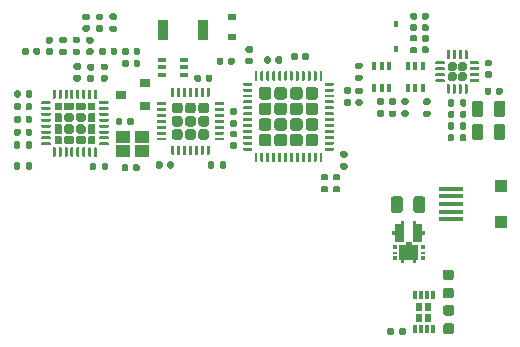
<source format=gbr>
%TF.GenerationSoftware,KiCad,Pcbnew,(5.1.10-1-10_14)*%
%TF.CreationDate,2021-09-22T20:59:13+02:00*%
%TF.ProjectId,Leo_muziekdoos,4c656f5f-6d75-47a6-9965-6b646f6f732e,rev?*%
%TF.SameCoordinates,Original*%
%TF.FileFunction,Paste,Top*%
%TF.FilePolarity,Positive*%
%FSLAX46Y46*%
G04 Gerber Fmt 4.6, Leading zero omitted, Abs format (unit mm)*
G04 Created by KiCad (PCBNEW (5.1.10-1-10_14)) date 2021-09-22 20:59:13*
%MOMM*%
%LPD*%
G01*
G04 APERTURE LIST*
%ADD10C,0.010000*%
%ADD11C,0.100000*%
%ADD12R,0.400000X0.325000*%
%ADD13R,0.400000X0.200000*%
%ADD14R,0.400000X0.650000*%
%ADD15R,0.650000X0.400000*%
%ADD16R,0.800000X0.550000*%
%ADD17R,1.000000X1.000000*%
%ADD18R,2.150000X0.400000*%
%ADD19R,0.900000X0.800000*%
%ADD20R,0.900000X1.700000*%
%ADD21R,0.580000X0.710000*%
%ADD22R,0.300000X0.750000*%
%ADD23R,1.200000X1.000000*%
%ADD24R,0.450000X0.600000*%
G04 APERTURE END LIST*
D10*
%TO.C,U2*%
G36*
X75636000Y-83020000D02*
G01*
X75956000Y-83020000D01*
X75956000Y-83220000D01*
X75636000Y-83220000D01*
X75636000Y-83020000D01*
G37*
X75636000Y-83020000D02*
X75956000Y-83020000D01*
X75956000Y-83220000D01*
X75636000Y-83220000D01*
X75636000Y-83020000D01*
G36*
X74046000Y-83010000D02*
G01*
X74366000Y-83010000D01*
X74366000Y-83210000D01*
X74046000Y-83210000D01*
X74046000Y-83010000D01*
G37*
X74046000Y-83010000D02*
X74366000Y-83010000D01*
X74366000Y-83210000D01*
X74046000Y-83210000D01*
X74046000Y-83010000D01*
G36*
X75246000Y-84830000D02*
G01*
X75626000Y-84830000D01*
X75626000Y-85230000D01*
X75246000Y-85230000D01*
X75246000Y-84830000D01*
G37*
X75246000Y-84830000D02*
X75626000Y-84830000D01*
X75626000Y-85230000D01*
X75246000Y-85230000D01*
X75246000Y-84830000D01*
G36*
X74396000Y-84830000D02*
G01*
X74776000Y-84830000D01*
X74776000Y-85230000D01*
X74396000Y-85230000D01*
X74396000Y-84830000D01*
G37*
X74396000Y-84830000D02*
X74776000Y-84830000D01*
X74776000Y-85230000D01*
X74396000Y-85230000D01*
X74396000Y-84830000D01*
%TD*%
%TO.C,C5*%
G36*
G01*
X75390000Y-81215000D02*
X75390000Y-80265000D01*
G75*
G02*
X75640000Y-80015000I250000J0D01*
G01*
X76140000Y-80015000D01*
G75*
G02*
X76390000Y-80265000I0J-250000D01*
G01*
X76390000Y-81215000D01*
G75*
G02*
X76140000Y-81465000I-250000J0D01*
G01*
X75640000Y-81465000D01*
G75*
G02*
X75390000Y-81215000I0J250000D01*
G01*
G37*
G36*
G01*
X73490000Y-81215000D02*
X73490000Y-80265000D01*
G75*
G02*
X73740000Y-80015000I250000J0D01*
G01*
X74240000Y-80015000D01*
G75*
G02*
X74490000Y-80265000I0J-250000D01*
G01*
X74490000Y-81215000D01*
G75*
G02*
X74240000Y-81465000I-250000J0D01*
G01*
X73740000Y-81465000D01*
G75*
G02*
X73490000Y-81215000I0J250000D01*
G01*
G37*
%TD*%
D11*
%TO.C,U2*%
G36*
X75375025Y-85674904D02*
G01*
X75374087Y-85674619D01*
X75373222Y-85674157D01*
X75372464Y-85673536D01*
X75371843Y-85672778D01*
X75371381Y-85671913D01*
X75371096Y-85670975D01*
X75371000Y-85670000D01*
X75371000Y-85425000D01*
X74621000Y-85425000D01*
X74621000Y-85670000D01*
X74620904Y-85670975D01*
X74620619Y-85671913D01*
X74620157Y-85672778D01*
X74619536Y-85673536D01*
X74618778Y-85674157D01*
X74617913Y-85674619D01*
X74616975Y-85674904D01*
X74616000Y-85675000D01*
X74376000Y-85675000D01*
X74375025Y-85674904D01*
X74374087Y-85674619D01*
X74373222Y-85674157D01*
X74372464Y-85673536D01*
X74371843Y-85672778D01*
X74371381Y-85671913D01*
X74371096Y-85670975D01*
X74371000Y-85670000D01*
X74371000Y-85425000D01*
X74196000Y-85425000D01*
X74195025Y-85424904D01*
X74194087Y-85424619D01*
X74193222Y-85424157D01*
X74192464Y-85423536D01*
X74191843Y-85422778D01*
X74191381Y-85421913D01*
X74191096Y-85420975D01*
X74191000Y-85420000D01*
X74191000Y-84150000D01*
X74191096Y-84149025D01*
X74191381Y-84148087D01*
X74191843Y-84147222D01*
X74192464Y-84146464D01*
X74193222Y-84145843D01*
X74194087Y-84145381D01*
X74195025Y-84145096D01*
X74196000Y-84145000D01*
X74741000Y-84145000D01*
X74741000Y-83940000D01*
X74741096Y-83939025D01*
X74741381Y-83938087D01*
X74741843Y-83937222D01*
X74742464Y-83936464D01*
X74743222Y-83935843D01*
X74744087Y-83935381D01*
X74745025Y-83935096D01*
X74746000Y-83935000D01*
X75246000Y-83935000D01*
X75246975Y-83935096D01*
X75247913Y-83935381D01*
X75248778Y-83935843D01*
X75249536Y-83936464D01*
X75250157Y-83937222D01*
X75250619Y-83938087D01*
X75250904Y-83939025D01*
X75251000Y-83940000D01*
X75251000Y-84145000D01*
X75796000Y-84145000D01*
X75796975Y-84145096D01*
X75797913Y-84145381D01*
X75798778Y-84145843D01*
X75799536Y-84146464D01*
X75800157Y-84147222D01*
X75800619Y-84148087D01*
X75800904Y-84149025D01*
X75801000Y-84150000D01*
X75801000Y-85420000D01*
X75800904Y-85420975D01*
X75800619Y-85421913D01*
X75800157Y-85422778D01*
X75799536Y-85423536D01*
X75798778Y-85424157D01*
X75797913Y-85424619D01*
X75796975Y-85424904D01*
X75796000Y-85425000D01*
X75621000Y-85425000D01*
X75621000Y-85670000D01*
X75620904Y-85670975D01*
X75620619Y-85671913D01*
X75620157Y-85672778D01*
X75619536Y-85673536D01*
X75618778Y-85674157D01*
X75617913Y-85674619D01*
X75616975Y-85674904D01*
X75616000Y-85675000D01*
X75376000Y-85675000D01*
X75375025Y-85674904D01*
G37*
G36*
X73845025Y-83874904D02*
G01*
X73844087Y-83874619D01*
X73843222Y-83874157D01*
X73842464Y-83873536D01*
X73841843Y-83872778D01*
X73841381Y-83871913D01*
X73841096Y-83870975D01*
X73841000Y-83870000D01*
X73841000Y-83275000D01*
X73596000Y-83275000D01*
X73595025Y-83274904D01*
X73594087Y-83274619D01*
X73593222Y-83274157D01*
X73592464Y-83273536D01*
X73591843Y-83272778D01*
X73591381Y-83271913D01*
X73591096Y-83270975D01*
X73591000Y-83270000D01*
X73591000Y-83020000D01*
X73591096Y-83019025D01*
X73591381Y-83018087D01*
X73591843Y-83017222D01*
X73592464Y-83016464D01*
X73593222Y-83015843D01*
X73594087Y-83015381D01*
X73595025Y-83015096D01*
X73596000Y-83015000D01*
X73841000Y-83015000D01*
X73841000Y-82420000D01*
X73841096Y-82419025D01*
X73841381Y-82418087D01*
X73841843Y-82417222D01*
X73842464Y-82416464D01*
X73843222Y-82415843D01*
X73844087Y-82415381D01*
X73845025Y-82415096D01*
X73846000Y-82415000D01*
X74341000Y-82415000D01*
X74341000Y-82170000D01*
X74341096Y-82169025D01*
X74341381Y-82168087D01*
X74341843Y-82167222D01*
X74342464Y-82166464D01*
X74343222Y-82165843D01*
X74344087Y-82165381D01*
X74345025Y-82165096D01*
X74346000Y-82165000D01*
X74596000Y-82165000D01*
X74596975Y-82165096D01*
X74597913Y-82165381D01*
X74598778Y-82165843D01*
X74599536Y-82166464D01*
X74600157Y-82167222D01*
X74600619Y-82168087D01*
X74600904Y-82169025D01*
X74601000Y-82170000D01*
X74601000Y-83870000D01*
X74600904Y-83870975D01*
X74600619Y-83871913D01*
X74600157Y-83872778D01*
X74599536Y-83873536D01*
X74598778Y-83874157D01*
X74597913Y-83874619D01*
X74596975Y-83874904D01*
X74596000Y-83875000D01*
X73846000Y-83875000D01*
X73845025Y-83874904D01*
G37*
G36*
X75395025Y-83874904D02*
G01*
X75394087Y-83874619D01*
X75393222Y-83874157D01*
X75392464Y-83873536D01*
X75391843Y-83872778D01*
X75391381Y-83871913D01*
X75391096Y-83870975D01*
X75391000Y-83870000D01*
X75391000Y-82170000D01*
X75391096Y-82169025D01*
X75391381Y-82168087D01*
X75391843Y-82167222D01*
X75392464Y-82166464D01*
X75393222Y-82165843D01*
X75394087Y-82165381D01*
X75395025Y-82165096D01*
X75396000Y-82165000D01*
X75646000Y-82165000D01*
X75646975Y-82165096D01*
X75647913Y-82165381D01*
X75648778Y-82165843D01*
X75649536Y-82166464D01*
X75650157Y-82167222D01*
X75650619Y-82168087D01*
X75650904Y-82169025D01*
X75651000Y-82170000D01*
X75651000Y-82415000D01*
X76146000Y-82415000D01*
X76146975Y-82415096D01*
X76147913Y-82415381D01*
X76148778Y-82415843D01*
X76149536Y-82416464D01*
X76150157Y-82417222D01*
X76150619Y-82418087D01*
X76150904Y-82419025D01*
X76151000Y-82420000D01*
X76151000Y-83015000D01*
X76396000Y-83015000D01*
X76396975Y-83015096D01*
X76397913Y-83015381D01*
X76398778Y-83015843D01*
X76399536Y-83016464D01*
X76400157Y-83017222D01*
X76400619Y-83018087D01*
X76400904Y-83019025D01*
X76401000Y-83020000D01*
X76401000Y-83270000D01*
X76400904Y-83270975D01*
X76400619Y-83271913D01*
X76400157Y-83272778D01*
X76399536Y-83273536D01*
X76398778Y-83274157D01*
X76397913Y-83274619D01*
X76396975Y-83274904D01*
X76396000Y-83275000D01*
X76151000Y-83275000D01*
X76151000Y-83870000D01*
X76150904Y-83870975D01*
X76150619Y-83871913D01*
X76150157Y-83872778D01*
X76149536Y-83873536D01*
X76148778Y-83874157D01*
X76147913Y-83874619D01*
X76146975Y-83874904D01*
X76146000Y-83875000D01*
X75396000Y-83875000D01*
X75395025Y-83874904D01*
G37*
D12*
X76196000Y-85282500D03*
X73796000Y-85282500D03*
D13*
X76196000Y-84820000D03*
D12*
X76196000Y-84357500D03*
D13*
X73796000Y-84820000D03*
D12*
X73796000Y-84357500D03*
%TD*%
D14*
%TO.C,Q1*%
X72050000Y-68970000D03*
X73350000Y-68970000D03*
X72700000Y-70870000D03*
X72700000Y-68970000D03*
X73350000Y-70870000D03*
X72050000Y-70870000D03*
%TD*%
%TO.C,Q2*%
X76210000Y-70880000D03*
X74910000Y-70880000D03*
X75560000Y-68980000D03*
X75560000Y-70880000D03*
X74910000Y-68980000D03*
X76210000Y-68980000D03*
%TD*%
%TO.C,U10*%
G36*
G01*
X57865000Y-73020000D02*
X57415000Y-73020000D01*
G75*
G02*
X57190000Y-72795000I0J225000D01*
G01*
X57190000Y-72345000D01*
G75*
G02*
X57415000Y-72120000I225000J0D01*
G01*
X57865000Y-72120000D01*
G75*
G02*
X58090000Y-72345000I0J-225000D01*
G01*
X58090000Y-72795000D01*
G75*
G02*
X57865000Y-73020000I-225000J0D01*
G01*
G37*
G36*
G01*
X56745000Y-73020000D02*
X56295000Y-73020000D01*
G75*
G02*
X56070000Y-72795000I0J225000D01*
G01*
X56070000Y-72345000D01*
G75*
G02*
X56295000Y-72120000I225000J0D01*
G01*
X56745000Y-72120000D01*
G75*
G02*
X56970000Y-72345000I0J-225000D01*
G01*
X56970000Y-72795000D01*
G75*
G02*
X56745000Y-73020000I-225000J0D01*
G01*
G37*
G36*
G01*
X55625000Y-73020000D02*
X55175000Y-73020000D01*
G75*
G02*
X54950000Y-72795000I0J225000D01*
G01*
X54950000Y-72345000D01*
G75*
G02*
X55175000Y-72120000I225000J0D01*
G01*
X55625000Y-72120000D01*
G75*
G02*
X55850000Y-72345000I0J-225000D01*
G01*
X55850000Y-72795000D01*
G75*
G02*
X55625000Y-73020000I-225000J0D01*
G01*
G37*
G36*
G01*
X57865000Y-74140000D02*
X57415000Y-74140000D01*
G75*
G02*
X57190000Y-73915000I0J225000D01*
G01*
X57190000Y-73465000D01*
G75*
G02*
X57415000Y-73240000I225000J0D01*
G01*
X57865000Y-73240000D01*
G75*
G02*
X58090000Y-73465000I0J-225000D01*
G01*
X58090000Y-73915000D01*
G75*
G02*
X57865000Y-74140000I-225000J0D01*
G01*
G37*
G36*
G01*
X56745000Y-74140000D02*
X56295000Y-74140000D01*
G75*
G02*
X56070000Y-73915000I0J225000D01*
G01*
X56070000Y-73465000D01*
G75*
G02*
X56295000Y-73240000I225000J0D01*
G01*
X56745000Y-73240000D01*
G75*
G02*
X56970000Y-73465000I0J-225000D01*
G01*
X56970000Y-73915000D01*
G75*
G02*
X56745000Y-74140000I-225000J0D01*
G01*
G37*
G36*
G01*
X55625000Y-74140000D02*
X55175000Y-74140000D01*
G75*
G02*
X54950000Y-73915000I0J225000D01*
G01*
X54950000Y-73465000D01*
G75*
G02*
X55175000Y-73240000I225000J0D01*
G01*
X55625000Y-73240000D01*
G75*
G02*
X55850000Y-73465000I0J-225000D01*
G01*
X55850000Y-73915000D01*
G75*
G02*
X55625000Y-74140000I-225000J0D01*
G01*
G37*
G36*
G01*
X57865000Y-75260000D02*
X57415000Y-75260000D01*
G75*
G02*
X57190000Y-75035000I0J225000D01*
G01*
X57190000Y-74585000D01*
G75*
G02*
X57415000Y-74360000I225000J0D01*
G01*
X57865000Y-74360000D01*
G75*
G02*
X58090000Y-74585000I0J-225000D01*
G01*
X58090000Y-75035000D01*
G75*
G02*
X57865000Y-75260000I-225000J0D01*
G01*
G37*
G36*
G01*
X56745000Y-75260000D02*
X56295000Y-75260000D01*
G75*
G02*
X56070000Y-75035000I0J225000D01*
G01*
X56070000Y-74585000D01*
G75*
G02*
X56295000Y-74360000I225000J0D01*
G01*
X56745000Y-74360000D01*
G75*
G02*
X56970000Y-74585000I0J-225000D01*
G01*
X56970000Y-75035000D01*
G75*
G02*
X56745000Y-75260000I-225000J0D01*
G01*
G37*
G36*
G01*
X55625000Y-75260000D02*
X55175000Y-75260000D01*
G75*
G02*
X54950000Y-75035000I0J225000D01*
G01*
X54950000Y-74585000D01*
G75*
G02*
X55175000Y-74360000I225000J0D01*
G01*
X55625000Y-74360000D01*
G75*
G02*
X55850000Y-74585000I0J-225000D01*
G01*
X55850000Y-75035000D01*
G75*
G02*
X55625000Y-75260000I-225000J0D01*
G01*
G37*
G36*
G01*
X54407500Y-75315000D02*
X53732500Y-75315000D01*
G75*
G02*
X53670000Y-75252500I0J62500D01*
G01*
X53670000Y-75127500D01*
G75*
G02*
X53732500Y-75065000I62500J0D01*
G01*
X54407500Y-75065000D01*
G75*
G02*
X54470000Y-75127500I0J-62500D01*
G01*
X54470000Y-75252500D01*
G75*
G02*
X54407500Y-75315000I-62500J0D01*
G01*
G37*
G36*
G01*
X54407500Y-74815000D02*
X53732500Y-74815000D01*
G75*
G02*
X53670000Y-74752500I0J62500D01*
G01*
X53670000Y-74627500D01*
G75*
G02*
X53732500Y-74565000I62500J0D01*
G01*
X54407500Y-74565000D01*
G75*
G02*
X54470000Y-74627500I0J-62500D01*
G01*
X54470000Y-74752500D01*
G75*
G02*
X54407500Y-74815000I-62500J0D01*
G01*
G37*
G36*
G01*
X54407500Y-74315000D02*
X53732500Y-74315000D01*
G75*
G02*
X53670000Y-74252500I0J62500D01*
G01*
X53670000Y-74127500D01*
G75*
G02*
X53732500Y-74065000I62500J0D01*
G01*
X54407500Y-74065000D01*
G75*
G02*
X54470000Y-74127500I0J-62500D01*
G01*
X54470000Y-74252500D01*
G75*
G02*
X54407500Y-74315000I-62500J0D01*
G01*
G37*
G36*
G01*
X54407500Y-73815000D02*
X53732500Y-73815000D01*
G75*
G02*
X53670000Y-73752500I0J62500D01*
G01*
X53670000Y-73627500D01*
G75*
G02*
X53732500Y-73565000I62500J0D01*
G01*
X54407500Y-73565000D01*
G75*
G02*
X54470000Y-73627500I0J-62500D01*
G01*
X54470000Y-73752500D01*
G75*
G02*
X54407500Y-73815000I-62500J0D01*
G01*
G37*
G36*
G01*
X54407500Y-73315000D02*
X53732500Y-73315000D01*
G75*
G02*
X53670000Y-73252500I0J62500D01*
G01*
X53670000Y-73127500D01*
G75*
G02*
X53732500Y-73065000I62500J0D01*
G01*
X54407500Y-73065000D01*
G75*
G02*
X54470000Y-73127500I0J-62500D01*
G01*
X54470000Y-73252500D01*
G75*
G02*
X54407500Y-73315000I-62500J0D01*
G01*
G37*
G36*
G01*
X54407500Y-72815000D02*
X53732500Y-72815000D01*
G75*
G02*
X53670000Y-72752500I0J62500D01*
G01*
X53670000Y-72627500D01*
G75*
G02*
X53732500Y-72565000I62500J0D01*
G01*
X54407500Y-72565000D01*
G75*
G02*
X54470000Y-72627500I0J-62500D01*
G01*
X54470000Y-72752500D01*
G75*
G02*
X54407500Y-72815000I-62500J0D01*
G01*
G37*
G36*
G01*
X54407500Y-72315000D02*
X53732500Y-72315000D01*
G75*
G02*
X53670000Y-72252500I0J62500D01*
G01*
X53670000Y-72127500D01*
G75*
G02*
X53732500Y-72065000I62500J0D01*
G01*
X54407500Y-72065000D01*
G75*
G02*
X54470000Y-72127500I0J-62500D01*
G01*
X54470000Y-72252500D01*
G75*
G02*
X54407500Y-72315000I-62500J0D01*
G01*
G37*
G36*
G01*
X55082500Y-71640000D02*
X54957500Y-71640000D01*
G75*
G02*
X54895000Y-71577500I0J62500D01*
G01*
X54895000Y-70902500D01*
G75*
G02*
X54957500Y-70840000I62500J0D01*
G01*
X55082500Y-70840000D01*
G75*
G02*
X55145000Y-70902500I0J-62500D01*
G01*
X55145000Y-71577500D01*
G75*
G02*
X55082500Y-71640000I-62500J0D01*
G01*
G37*
G36*
G01*
X55582500Y-71640000D02*
X55457500Y-71640000D01*
G75*
G02*
X55395000Y-71577500I0J62500D01*
G01*
X55395000Y-70902500D01*
G75*
G02*
X55457500Y-70840000I62500J0D01*
G01*
X55582500Y-70840000D01*
G75*
G02*
X55645000Y-70902500I0J-62500D01*
G01*
X55645000Y-71577500D01*
G75*
G02*
X55582500Y-71640000I-62500J0D01*
G01*
G37*
G36*
G01*
X56082500Y-71640000D02*
X55957500Y-71640000D01*
G75*
G02*
X55895000Y-71577500I0J62500D01*
G01*
X55895000Y-70902500D01*
G75*
G02*
X55957500Y-70840000I62500J0D01*
G01*
X56082500Y-70840000D01*
G75*
G02*
X56145000Y-70902500I0J-62500D01*
G01*
X56145000Y-71577500D01*
G75*
G02*
X56082500Y-71640000I-62500J0D01*
G01*
G37*
G36*
G01*
X56582500Y-71640000D02*
X56457500Y-71640000D01*
G75*
G02*
X56395000Y-71577500I0J62500D01*
G01*
X56395000Y-70902500D01*
G75*
G02*
X56457500Y-70840000I62500J0D01*
G01*
X56582500Y-70840000D01*
G75*
G02*
X56645000Y-70902500I0J-62500D01*
G01*
X56645000Y-71577500D01*
G75*
G02*
X56582500Y-71640000I-62500J0D01*
G01*
G37*
G36*
G01*
X57082500Y-71640000D02*
X56957500Y-71640000D01*
G75*
G02*
X56895000Y-71577500I0J62500D01*
G01*
X56895000Y-70902500D01*
G75*
G02*
X56957500Y-70840000I62500J0D01*
G01*
X57082500Y-70840000D01*
G75*
G02*
X57145000Y-70902500I0J-62500D01*
G01*
X57145000Y-71577500D01*
G75*
G02*
X57082500Y-71640000I-62500J0D01*
G01*
G37*
G36*
G01*
X57582500Y-71640000D02*
X57457500Y-71640000D01*
G75*
G02*
X57395000Y-71577500I0J62500D01*
G01*
X57395000Y-70902500D01*
G75*
G02*
X57457500Y-70840000I62500J0D01*
G01*
X57582500Y-70840000D01*
G75*
G02*
X57645000Y-70902500I0J-62500D01*
G01*
X57645000Y-71577500D01*
G75*
G02*
X57582500Y-71640000I-62500J0D01*
G01*
G37*
G36*
G01*
X58082500Y-71640000D02*
X57957500Y-71640000D01*
G75*
G02*
X57895000Y-71577500I0J62500D01*
G01*
X57895000Y-70902500D01*
G75*
G02*
X57957500Y-70840000I62500J0D01*
G01*
X58082500Y-70840000D01*
G75*
G02*
X58145000Y-70902500I0J-62500D01*
G01*
X58145000Y-71577500D01*
G75*
G02*
X58082500Y-71640000I-62500J0D01*
G01*
G37*
G36*
G01*
X59307500Y-72315000D02*
X58632500Y-72315000D01*
G75*
G02*
X58570000Y-72252500I0J62500D01*
G01*
X58570000Y-72127500D01*
G75*
G02*
X58632500Y-72065000I62500J0D01*
G01*
X59307500Y-72065000D01*
G75*
G02*
X59370000Y-72127500I0J-62500D01*
G01*
X59370000Y-72252500D01*
G75*
G02*
X59307500Y-72315000I-62500J0D01*
G01*
G37*
G36*
G01*
X59307500Y-72815000D02*
X58632500Y-72815000D01*
G75*
G02*
X58570000Y-72752500I0J62500D01*
G01*
X58570000Y-72627500D01*
G75*
G02*
X58632500Y-72565000I62500J0D01*
G01*
X59307500Y-72565000D01*
G75*
G02*
X59370000Y-72627500I0J-62500D01*
G01*
X59370000Y-72752500D01*
G75*
G02*
X59307500Y-72815000I-62500J0D01*
G01*
G37*
G36*
G01*
X59307500Y-73315000D02*
X58632500Y-73315000D01*
G75*
G02*
X58570000Y-73252500I0J62500D01*
G01*
X58570000Y-73127500D01*
G75*
G02*
X58632500Y-73065000I62500J0D01*
G01*
X59307500Y-73065000D01*
G75*
G02*
X59370000Y-73127500I0J-62500D01*
G01*
X59370000Y-73252500D01*
G75*
G02*
X59307500Y-73315000I-62500J0D01*
G01*
G37*
G36*
G01*
X59307500Y-73815000D02*
X58632500Y-73815000D01*
G75*
G02*
X58570000Y-73752500I0J62500D01*
G01*
X58570000Y-73627500D01*
G75*
G02*
X58632500Y-73565000I62500J0D01*
G01*
X59307500Y-73565000D01*
G75*
G02*
X59370000Y-73627500I0J-62500D01*
G01*
X59370000Y-73752500D01*
G75*
G02*
X59307500Y-73815000I-62500J0D01*
G01*
G37*
G36*
G01*
X59307500Y-74315000D02*
X58632500Y-74315000D01*
G75*
G02*
X58570000Y-74252500I0J62500D01*
G01*
X58570000Y-74127500D01*
G75*
G02*
X58632500Y-74065000I62500J0D01*
G01*
X59307500Y-74065000D01*
G75*
G02*
X59370000Y-74127500I0J-62500D01*
G01*
X59370000Y-74252500D01*
G75*
G02*
X59307500Y-74315000I-62500J0D01*
G01*
G37*
G36*
G01*
X59307500Y-74815000D02*
X58632500Y-74815000D01*
G75*
G02*
X58570000Y-74752500I0J62500D01*
G01*
X58570000Y-74627500D01*
G75*
G02*
X58632500Y-74565000I62500J0D01*
G01*
X59307500Y-74565000D01*
G75*
G02*
X59370000Y-74627500I0J-62500D01*
G01*
X59370000Y-74752500D01*
G75*
G02*
X59307500Y-74815000I-62500J0D01*
G01*
G37*
G36*
G01*
X59307500Y-75315000D02*
X58632500Y-75315000D01*
G75*
G02*
X58570000Y-75252500I0J62500D01*
G01*
X58570000Y-75127500D01*
G75*
G02*
X58632500Y-75065000I62500J0D01*
G01*
X59307500Y-75065000D01*
G75*
G02*
X59370000Y-75127500I0J-62500D01*
G01*
X59370000Y-75252500D01*
G75*
G02*
X59307500Y-75315000I-62500J0D01*
G01*
G37*
G36*
G01*
X58082500Y-76540000D02*
X57957500Y-76540000D01*
G75*
G02*
X57895000Y-76477500I0J62500D01*
G01*
X57895000Y-75802500D01*
G75*
G02*
X57957500Y-75740000I62500J0D01*
G01*
X58082500Y-75740000D01*
G75*
G02*
X58145000Y-75802500I0J-62500D01*
G01*
X58145000Y-76477500D01*
G75*
G02*
X58082500Y-76540000I-62500J0D01*
G01*
G37*
G36*
G01*
X57582500Y-76540000D02*
X57457500Y-76540000D01*
G75*
G02*
X57395000Y-76477500I0J62500D01*
G01*
X57395000Y-75802500D01*
G75*
G02*
X57457500Y-75740000I62500J0D01*
G01*
X57582500Y-75740000D01*
G75*
G02*
X57645000Y-75802500I0J-62500D01*
G01*
X57645000Y-76477500D01*
G75*
G02*
X57582500Y-76540000I-62500J0D01*
G01*
G37*
G36*
G01*
X57082500Y-76540000D02*
X56957500Y-76540000D01*
G75*
G02*
X56895000Y-76477500I0J62500D01*
G01*
X56895000Y-75802500D01*
G75*
G02*
X56957500Y-75740000I62500J0D01*
G01*
X57082500Y-75740000D01*
G75*
G02*
X57145000Y-75802500I0J-62500D01*
G01*
X57145000Y-76477500D01*
G75*
G02*
X57082500Y-76540000I-62500J0D01*
G01*
G37*
G36*
G01*
X56582500Y-76540000D02*
X56457500Y-76540000D01*
G75*
G02*
X56395000Y-76477500I0J62500D01*
G01*
X56395000Y-75802500D01*
G75*
G02*
X56457500Y-75740000I62500J0D01*
G01*
X56582500Y-75740000D01*
G75*
G02*
X56645000Y-75802500I0J-62500D01*
G01*
X56645000Y-76477500D01*
G75*
G02*
X56582500Y-76540000I-62500J0D01*
G01*
G37*
G36*
G01*
X56082500Y-76540000D02*
X55957500Y-76540000D01*
G75*
G02*
X55895000Y-76477500I0J62500D01*
G01*
X55895000Y-75802500D01*
G75*
G02*
X55957500Y-75740000I62500J0D01*
G01*
X56082500Y-75740000D01*
G75*
G02*
X56145000Y-75802500I0J-62500D01*
G01*
X56145000Y-76477500D01*
G75*
G02*
X56082500Y-76540000I-62500J0D01*
G01*
G37*
G36*
G01*
X55582500Y-76540000D02*
X55457500Y-76540000D01*
G75*
G02*
X55395000Y-76477500I0J62500D01*
G01*
X55395000Y-75802500D01*
G75*
G02*
X55457500Y-75740000I62500J0D01*
G01*
X55582500Y-75740000D01*
G75*
G02*
X55645000Y-75802500I0J-62500D01*
G01*
X55645000Y-76477500D01*
G75*
G02*
X55582500Y-76540000I-62500J0D01*
G01*
G37*
G36*
G01*
X55082500Y-76540000D02*
X54957500Y-76540000D01*
G75*
G02*
X54895000Y-76477500I0J62500D01*
G01*
X54895000Y-75802500D01*
G75*
G02*
X54957500Y-75740000I62500J0D01*
G01*
X55082500Y-75740000D01*
G75*
G02*
X55145000Y-75802500I0J-62500D01*
G01*
X55145000Y-76477500D01*
G75*
G02*
X55082500Y-76540000I-62500J0D01*
G01*
G37*
%TD*%
%TO.C,R11*%
G36*
G01*
X58990200Y-77578800D02*
X58990200Y-77208800D01*
G75*
G02*
X59125200Y-77073800I135000J0D01*
G01*
X59395200Y-77073800D01*
G75*
G02*
X59530200Y-77208800I0J-135000D01*
G01*
X59530200Y-77578800D01*
G75*
G02*
X59395200Y-77713800I-135000J0D01*
G01*
X59125200Y-77713800D01*
G75*
G02*
X58990200Y-77578800I0J135000D01*
G01*
G37*
G36*
G01*
X57970200Y-77578800D02*
X57970200Y-77208800D01*
G75*
G02*
X58105200Y-77073800I135000J0D01*
G01*
X58375200Y-77073800D01*
G75*
G02*
X58510200Y-77208800I0J-135000D01*
G01*
X58510200Y-77578800D01*
G75*
G02*
X58375200Y-77713800I-135000J0D01*
G01*
X58105200Y-77713800D01*
G75*
G02*
X57970200Y-77578800I0J135000D01*
G01*
G37*
%TD*%
D15*
%TO.C,Q5*%
X55980000Y-68470000D03*
X55980000Y-69770000D03*
X54080000Y-69120000D03*
X55980000Y-69120000D03*
X54080000Y-69770000D03*
X54080000Y-68470000D03*
%TD*%
%TO.C,C29*%
G36*
G01*
X54556000Y-77563800D02*
X54556000Y-77223800D01*
G75*
G02*
X54696000Y-77083800I140000J0D01*
G01*
X54976000Y-77083800D01*
G75*
G02*
X55116000Y-77223800I0J-140000D01*
G01*
X55116000Y-77563800D01*
G75*
G02*
X54976000Y-77703800I-140000J0D01*
G01*
X54696000Y-77703800D01*
G75*
G02*
X54556000Y-77563800I0J140000D01*
G01*
G37*
G36*
G01*
X53596000Y-77563800D02*
X53596000Y-77223800D01*
G75*
G02*
X53736000Y-77083800I140000J0D01*
G01*
X54016000Y-77083800D01*
G75*
G02*
X54156000Y-77223800I0J-140000D01*
G01*
X54156000Y-77563800D01*
G75*
G02*
X54016000Y-77703800I-140000J0D01*
G01*
X53736000Y-77703800D01*
G75*
G02*
X53596000Y-77563800I0J140000D01*
G01*
G37*
%TD*%
D16*
%TO.C,ANT1*%
X60075000Y-66525000D03*
X60075000Y-64875000D03*
%TD*%
D17*
%TO.C,J2*%
X82849100Y-82195800D03*
D18*
X78539100Y-81995800D03*
D17*
X82849100Y-79195800D03*
D18*
X78539100Y-81345800D03*
X78539100Y-80695800D03*
X78539100Y-80045800D03*
X78539100Y-79395800D03*
%TD*%
D19*
%TO.C,U8*%
X50663600Y-71424800D03*
X52663600Y-70474800D03*
X52663600Y-72374800D03*
%TD*%
%TO.C,U4*%
G36*
G01*
X66265800Y-75565000D02*
X66265800Y-74995000D01*
G75*
G02*
X66515800Y-74745000I250000J0D01*
G01*
X67085800Y-74745000D01*
G75*
G02*
X67335800Y-74995000I0J-250000D01*
G01*
X67335800Y-75565000D01*
G75*
G02*
X67085800Y-75815000I-250000J0D01*
G01*
X66515800Y-75815000D01*
G75*
G02*
X66265800Y-75565000I0J250000D01*
G01*
G37*
G36*
G01*
X66265800Y-74245000D02*
X66265800Y-73675000D01*
G75*
G02*
X66515800Y-73425000I250000J0D01*
G01*
X67085800Y-73425000D01*
G75*
G02*
X67335800Y-73675000I0J-250000D01*
G01*
X67335800Y-74245000D01*
G75*
G02*
X67085800Y-74495000I-250000J0D01*
G01*
X66515800Y-74495000D01*
G75*
G02*
X66265800Y-74245000I0J250000D01*
G01*
G37*
G36*
G01*
X66265800Y-72925000D02*
X66265800Y-72355000D01*
G75*
G02*
X66515800Y-72105000I250000J0D01*
G01*
X67085800Y-72105000D01*
G75*
G02*
X67335800Y-72355000I0J-250000D01*
G01*
X67335800Y-72925000D01*
G75*
G02*
X67085800Y-73175000I-250000J0D01*
G01*
X66515800Y-73175000D01*
G75*
G02*
X66265800Y-72925000I0J250000D01*
G01*
G37*
G36*
G01*
X66265800Y-71605000D02*
X66265800Y-71035000D01*
G75*
G02*
X66515800Y-70785000I250000J0D01*
G01*
X67085800Y-70785000D01*
G75*
G02*
X67335800Y-71035000I0J-250000D01*
G01*
X67335800Y-71605000D01*
G75*
G02*
X67085800Y-71855000I-250000J0D01*
G01*
X66515800Y-71855000D01*
G75*
G02*
X66265800Y-71605000I0J250000D01*
G01*
G37*
G36*
G01*
X64945800Y-75565000D02*
X64945800Y-74995000D01*
G75*
G02*
X65195800Y-74745000I250000J0D01*
G01*
X65765800Y-74745000D01*
G75*
G02*
X66015800Y-74995000I0J-250000D01*
G01*
X66015800Y-75565000D01*
G75*
G02*
X65765800Y-75815000I-250000J0D01*
G01*
X65195800Y-75815000D01*
G75*
G02*
X64945800Y-75565000I0J250000D01*
G01*
G37*
G36*
G01*
X64945800Y-74245000D02*
X64945800Y-73675000D01*
G75*
G02*
X65195800Y-73425000I250000J0D01*
G01*
X65765800Y-73425000D01*
G75*
G02*
X66015800Y-73675000I0J-250000D01*
G01*
X66015800Y-74245000D01*
G75*
G02*
X65765800Y-74495000I-250000J0D01*
G01*
X65195800Y-74495000D01*
G75*
G02*
X64945800Y-74245000I0J250000D01*
G01*
G37*
G36*
G01*
X64945800Y-72925000D02*
X64945800Y-72355000D01*
G75*
G02*
X65195800Y-72105000I250000J0D01*
G01*
X65765800Y-72105000D01*
G75*
G02*
X66015800Y-72355000I0J-250000D01*
G01*
X66015800Y-72925000D01*
G75*
G02*
X65765800Y-73175000I-250000J0D01*
G01*
X65195800Y-73175000D01*
G75*
G02*
X64945800Y-72925000I0J250000D01*
G01*
G37*
G36*
G01*
X64945800Y-71605000D02*
X64945800Y-71035000D01*
G75*
G02*
X65195800Y-70785000I250000J0D01*
G01*
X65765800Y-70785000D01*
G75*
G02*
X66015800Y-71035000I0J-250000D01*
G01*
X66015800Y-71605000D01*
G75*
G02*
X65765800Y-71855000I-250000J0D01*
G01*
X65195800Y-71855000D01*
G75*
G02*
X64945800Y-71605000I0J250000D01*
G01*
G37*
G36*
G01*
X63625800Y-75565000D02*
X63625800Y-74995000D01*
G75*
G02*
X63875800Y-74745000I250000J0D01*
G01*
X64445800Y-74745000D01*
G75*
G02*
X64695800Y-74995000I0J-250000D01*
G01*
X64695800Y-75565000D01*
G75*
G02*
X64445800Y-75815000I-250000J0D01*
G01*
X63875800Y-75815000D01*
G75*
G02*
X63625800Y-75565000I0J250000D01*
G01*
G37*
G36*
G01*
X63625800Y-74245000D02*
X63625800Y-73675000D01*
G75*
G02*
X63875800Y-73425000I250000J0D01*
G01*
X64445800Y-73425000D01*
G75*
G02*
X64695800Y-73675000I0J-250000D01*
G01*
X64695800Y-74245000D01*
G75*
G02*
X64445800Y-74495000I-250000J0D01*
G01*
X63875800Y-74495000D01*
G75*
G02*
X63625800Y-74245000I0J250000D01*
G01*
G37*
G36*
G01*
X63625800Y-72925000D02*
X63625800Y-72355000D01*
G75*
G02*
X63875800Y-72105000I250000J0D01*
G01*
X64445800Y-72105000D01*
G75*
G02*
X64695800Y-72355000I0J-250000D01*
G01*
X64695800Y-72925000D01*
G75*
G02*
X64445800Y-73175000I-250000J0D01*
G01*
X63875800Y-73175000D01*
G75*
G02*
X63625800Y-72925000I0J250000D01*
G01*
G37*
G36*
G01*
X63625800Y-71605000D02*
X63625800Y-71035000D01*
G75*
G02*
X63875800Y-70785000I250000J0D01*
G01*
X64445800Y-70785000D01*
G75*
G02*
X64695800Y-71035000I0J-250000D01*
G01*
X64695800Y-71605000D01*
G75*
G02*
X64445800Y-71855000I-250000J0D01*
G01*
X63875800Y-71855000D01*
G75*
G02*
X63625800Y-71605000I0J250000D01*
G01*
G37*
G36*
G01*
X62305800Y-75565000D02*
X62305800Y-74995000D01*
G75*
G02*
X62555800Y-74745000I250000J0D01*
G01*
X63125800Y-74745000D01*
G75*
G02*
X63375800Y-74995000I0J-250000D01*
G01*
X63375800Y-75565000D01*
G75*
G02*
X63125800Y-75815000I-250000J0D01*
G01*
X62555800Y-75815000D01*
G75*
G02*
X62305800Y-75565000I0J250000D01*
G01*
G37*
G36*
G01*
X62305800Y-74245000D02*
X62305800Y-73675000D01*
G75*
G02*
X62555800Y-73425000I250000J0D01*
G01*
X63125800Y-73425000D01*
G75*
G02*
X63375800Y-73675000I0J-250000D01*
G01*
X63375800Y-74245000D01*
G75*
G02*
X63125800Y-74495000I-250000J0D01*
G01*
X62555800Y-74495000D01*
G75*
G02*
X62305800Y-74245000I0J250000D01*
G01*
G37*
G36*
G01*
X62305800Y-72925000D02*
X62305800Y-72355000D01*
G75*
G02*
X62555800Y-72105000I250000J0D01*
G01*
X63125800Y-72105000D01*
G75*
G02*
X63375800Y-72355000I0J-250000D01*
G01*
X63375800Y-72925000D01*
G75*
G02*
X63125800Y-73175000I-250000J0D01*
G01*
X62555800Y-73175000D01*
G75*
G02*
X62305800Y-72925000I0J250000D01*
G01*
G37*
G36*
G01*
X62305800Y-71605000D02*
X62305800Y-71035000D01*
G75*
G02*
X62555800Y-70785000I250000J0D01*
G01*
X63125800Y-70785000D01*
G75*
G02*
X63375800Y-71035000I0J-250000D01*
G01*
X63375800Y-71605000D01*
G75*
G02*
X63125800Y-71855000I-250000J0D01*
G01*
X62555800Y-71855000D01*
G75*
G02*
X62305800Y-71605000I0J250000D01*
G01*
G37*
G36*
G01*
X61945800Y-70187500D02*
X61945800Y-69512500D01*
G75*
G02*
X62008300Y-69450000I62500J0D01*
G01*
X62133300Y-69450000D01*
G75*
G02*
X62195800Y-69512500I0J-62500D01*
G01*
X62195800Y-70187500D01*
G75*
G02*
X62133300Y-70250000I-62500J0D01*
G01*
X62008300Y-70250000D01*
G75*
G02*
X61945800Y-70187500I0J62500D01*
G01*
G37*
G36*
G01*
X62445800Y-70187500D02*
X62445800Y-69512500D01*
G75*
G02*
X62508300Y-69450000I62500J0D01*
G01*
X62633300Y-69450000D01*
G75*
G02*
X62695800Y-69512500I0J-62500D01*
G01*
X62695800Y-70187500D01*
G75*
G02*
X62633300Y-70250000I-62500J0D01*
G01*
X62508300Y-70250000D01*
G75*
G02*
X62445800Y-70187500I0J62500D01*
G01*
G37*
G36*
G01*
X62945800Y-70187500D02*
X62945800Y-69512500D01*
G75*
G02*
X63008300Y-69450000I62500J0D01*
G01*
X63133300Y-69450000D01*
G75*
G02*
X63195800Y-69512500I0J-62500D01*
G01*
X63195800Y-70187500D01*
G75*
G02*
X63133300Y-70250000I-62500J0D01*
G01*
X63008300Y-70250000D01*
G75*
G02*
X62945800Y-70187500I0J62500D01*
G01*
G37*
G36*
G01*
X63445800Y-70187500D02*
X63445800Y-69512500D01*
G75*
G02*
X63508300Y-69450000I62500J0D01*
G01*
X63633300Y-69450000D01*
G75*
G02*
X63695800Y-69512500I0J-62500D01*
G01*
X63695800Y-70187500D01*
G75*
G02*
X63633300Y-70250000I-62500J0D01*
G01*
X63508300Y-70250000D01*
G75*
G02*
X63445800Y-70187500I0J62500D01*
G01*
G37*
G36*
G01*
X63945800Y-70187500D02*
X63945800Y-69512500D01*
G75*
G02*
X64008300Y-69450000I62500J0D01*
G01*
X64133300Y-69450000D01*
G75*
G02*
X64195800Y-69512500I0J-62500D01*
G01*
X64195800Y-70187500D01*
G75*
G02*
X64133300Y-70250000I-62500J0D01*
G01*
X64008300Y-70250000D01*
G75*
G02*
X63945800Y-70187500I0J62500D01*
G01*
G37*
G36*
G01*
X64445800Y-70187500D02*
X64445800Y-69512500D01*
G75*
G02*
X64508300Y-69450000I62500J0D01*
G01*
X64633300Y-69450000D01*
G75*
G02*
X64695800Y-69512500I0J-62500D01*
G01*
X64695800Y-70187500D01*
G75*
G02*
X64633300Y-70250000I-62500J0D01*
G01*
X64508300Y-70250000D01*
G75*
G02*
X64445800Y-70187500I0J62500D01*
G01*
G37*
G36*
G01*
X64945800Y-70187500D02*
X64945800Y-69512500D01*
G75*
G02*
X65008300Y-69450000I62500J0D01*
G01*
X65133300Y-69450000D01*
G75*
G02*
X65195800Y-69512500I0J-62500D01*
G01*
X65195800Y-70187500D01*
G75*
G02*
X65133300Y-70250000I-62500J0D01*
G01*
X65008300Y-70250000D01*
G75*
G02*
X64945800Y-70187500I0J62500D01*
G01*
G37*
G36*
G01*
X65445800Y-70187500D02*
X65445800Y-69512500D01*
G75*
G02*
X65508300Y-69450000I62500J0D01*
G01*
X65633300Y-69450000D01*
G75*
G02*
X65695800Y-69512500I0J-62500D01*
G01*
X65695800Y-70187500D01*
G75*
G02*
X65633300Y-70250000I-62500J0D01*
G01*
X65508300Y-70250000D01*
G75*
G02*
X65445800Y-70187500I0J62500D01*
G01*
G37*
G36*
G01*
X65945800Y-70187500D02*
X65945800Y-69512500D01*
G75*
G02*
X66008300Y-69450000I62500J0D01*
G01*
X66133300Y-69450000D01*
G75*
G02*
X66195800Y-69512500I0J-62500D01*
G01*
X66195800Y-70187500D01*
G75*
G02*
X66133300Y-70250000I-62500J0D01*
G01*
X66008300Y-70250000D01*
G75*
G02*
X65945800Y-70187500I0J62500D01*
G01*
G37*
G36*
G01*
X66445800Y-70187500D02*
X66445800Y-69512500D01*
G75*
G02*
X66508300Y-69450000I62500J0D01*
G01*
X66633300Y-69450000D01*
G75*
G02*
X66695800Y-69512500I0J-62500D01*
G01*
X66695800Y-70187500D01*
G75*
G02*
X66633300Y-70250000I-62500J0D01*
G01*
X66508300Y-70250000D01*
G75*
G02*
X66445800Y-70187500I0J62500D01*
G01*
G37*
G36*
G01*
X66945800Y-70187500D02*
X66945800Y-69512500D01*
G75*
G02*
X67008300Y-69450000I62500J0D01*
G01*
X67133300Y-69450000D01*
G75*
G02*
X67195800Y-69512500I0J-62500D01*
G01*
X67195800Y-70187500D01*
G75*
G02*
X67133300Y-70250000I-62500J0D01*
G01*
X67008300Y-70250000D01*
G75*
G02*
X66945800Y-70187500I0J62500D01*
G01*
G37*
G36*
G01*
X67445800Y-70187500D02*
X67445800Y-69512500D01*
G75*
G02*
X67508300Y-69450000I62500J0D01*
G01*
X67633300Y-69450000D01*
G75*
G02*
X67695800Y-69512500I0J-62500D01*
G01*
X67695800Y-70187500D01*
G75*
G02*
X67633300Y-70250000I-62500J0D01*
G01*
X67508300Y-70250000D01*
G75*
G02*
X67445800Y-70187500I0J62500D01*
G01*
G37*
G36*
G01*
X67870800Y-70612500D02*
X67870800Y-70487500D01*
G75*
G02*
X67933300Y-70425000I62500J0D01*
G01*
X68608300Y-70425000D01*
G75*
G02*
X68670800Y-70487500I0J-62500D01*
G01*
X68670800Y-70612500D01*
G75*
G02*
X68608300Y-70675000I-62500J0D01*
G01*
X67933300Y-70675000D01*
G75*
G02*
X67870800Y-70612500I0J62500D01*
G01*
G37*
G36*
G01*
X67870800Y-71112500D02*
X67870800Y-70987500D01*
G75*
G02*
X67933300Y-70925000I62500J0D01*
G01*
X68608300Y-70925000D01*
G75*
G02*
X68670800Y-70987500I0J-62500D01*
G01*
X68670800Y-71112500D01*
G75*
G02*
X68608300Y-71175000I-62500J0D01*
G01*
X67933300Y-71175000D01*
G75*
G02*
X67870800Y-71112500I0J62500D01*
G01*
G37*
G36*
G01*
X67870800Y-71612500D02*
X67870800Y-71487500D01*
G75*
G02*
X67933300Y-71425000I62500J0D01*
G01*
X68608300Y-71425000D01*
G75*
G02*
X68670800Y-71487500I0J-62500D01*
G01*
X68670800Y-71612500D01*
G75*
G02*
X68608300Y-71675000I-62500J0D01*
G01*
X67933300Y-71675000D01*
G75*
G02*
X67870800Y-71612500I0J62500D01*
G01*
G37*
G36*
G01*
X67870800Y-72112500D02*
X67870800Y-71987500D01*
G75*
G02*
X67933300Y-71925000I62500J0D01*
G01*
X68608300Y-71925000D01*
G75*
G02*
X68670800Y-71987500I0J-62500D01*
G01*
X68670800Y-72112500D01*
G75*
G02*
X68608300Y-72175000I-62500J0D01*
G01*
X67933300Y-72175000D01*
G75*
G02*
X67870800Y-72112500I0J62500D01*
G01*
G37*
G36*
G01*
X67870800Y-72612500D02*
X67870800Y-72487500D01*
G75*
G02*
X67933300Y-72425000I62500J0D01*
G01*
X68608300Y-72425000D01*
G75*
G02*
X68670800Y-72487500I0J-62500D01*
G01*
X68670800Y-72612500D01*
G75*
G02*
X68608300Y-72675000I-62500J0D01*
G01*
X67933300Y-72675000D01*
G75*
G02*
X67870800Y-72612500I0J62500D01*
G01*
G37*
G36*
G01*
X67870800Y-73112500D02*
X67870800Y-72987500D01*
G75*
G02*
X67933300Y-72925000I62500J0D01*
G01*
X68608300Y-72925000D01*
G75*
G02*
X68670800Y-72987500I0J-62500D01*
G01*
X68670800Y-73112500D01*
G75*
G02*
X68608300Y-73175000I-62500J0D01*
G01*
X67933300Y-73175000D01*
G75*
G02*
X67870800Y-73112500I0J62500D01*
G01*
G37*
G36*
G01*
X67870800Y-73612500D02*
X67870800Y-73487500D01*
G75*
G02*
X67933300Y-73425000I62500J0D01*
G01*
X68608300Y-73425000D01*
G75*
G02*
X68670800Y-73487500I0J-62500D01*
G01*
X68670800Y-73612500D01*
G75*
G02*
X68608300Y-73675000I-62500J0D01*
G01*
X67933300Y-73675000D01*
G75*
G02*
X67870800Y-73612500I0J62500D01*
G01*
G37*
G36*
G01*
X67870800Y-74112500D02*
X67870800Y-73987500D01*
G75*
G02*
X67933300Y-73925000I62500J0D01*
G01*
X68608300Y-73925000D01*
G75*
G02*
X68670800Y-73987500I0J-62500D01*
G01*
X68670800Y-74112500D01*
G75*
G02*
X68608300Y-74175000I-62500J0D01*
G01*
X67933300Y-74175000D01*
G75*
G02*
X67870800Y-74112500I0J62500D01*
G01*
G37*
G36*
G01*
X67870800Y-74612500D02*
X67870800Y-74487500D01*
G75*
G02*
X67933300Y-74425000I62500J0D01*
G01*
X68608300Y-74425000D01*
G75*
G02*
X68670800Y-74487500I0J-62500D01*
G01*
X68670800Y-74612500D01*
G75*
G02*
X68608300Y-74675000I-62500J0D01*
G01*
X67933300Y-74675000D01*
G75*
G02*
X67870800Y-74612500I0J62500D01*
G01*
G37*
G36*
G01*
X67870800Y-75112500D02*
X67870800Y-74987500D01*
G75*
G02*
X67933300Y-74925000I62500J0D01*
G01*
X68608300Y-74925000D01*
G75*
G02*
X68670800Y-74987500I0J-62500D01*
G01*
X68670800Y-75112500D01*
G75*
G02*
X68608300Y-75175000I-62500J0D01*
G01*
X67933300Y-75175000D01*
G75*
G02*
X67870800Y-75112500I0J62500D01*
G01*
G37*
G36*
G01*
X67870800Y-75612500D02*
X67870800Y-75487500D01*
G75*
G02*
X67933300Y-75425000I62500J0D01*
G01*
X68608300Y-75425000D01*
G75*
G02*
X68670800Y-75487500I0J-62500D01*
G01*
X68670800Y-75612500D01*
G75*
G02*
X68608300Y-75675000I-62500J0D01*
G01*
X67933300Y-75675000D01*
G75*
G02*
X67870800Y-75612500I0J62500D01*
G01*
G37*
G36*
G01*
X67870800Y-76112500D02*
X67870800Y-75987500D01*
G75*
G02*
X67933300Y-75925000I62500J0D01*
G01*
X68608300Y-75925000D01*
G75*
G02*
X68670800Y-75987500I0J-62500D01*
G01*
X68670800Y-76112500D01*
G75*
G02*
X68608300Y-76175000I-62500J0D01*
G01*
X67933300Y-76175000D01*
G75*
G02*
X67870800Y-76112500I0J62500D01*
G01*
G37*
G36*
G01*
X67445800Y-77087500D02*
X67445800Y-76412500D01*
G75*
G02*
X67508300Y-76350000I62500J0D01*
G01*
X67633300Y-76350000D01*
G75*
G02*
X67695800Y-76412500I0J-62500D01*
G01*
X67695800Y-77087500D01*
G75*
G02*
X67633300Y-77150000I-62500J0D01*
G01*
X67508300Y-77150000D01*
G75*
G02*
X67445800Y-77087500I0J62500D01*
G01*
G37*
G36*
G01*
X66945800Y-77087500D02*
X66945800Y-76412500D01*
G75*
G02*
X67008300Y-76350000I62500J0D01*
G01*
X67133300Y-76350000D01*
G75*
G02*
X67195800Y-76412500I0J-62500D01*
G01*
X67195800Y-77087500D01*
G75*
G02*
X67133300Y-77150000I-62500J0D01*
G01*
X67008300Y-77150000D01*
G75*
G02*
X66945800Y-77087500I0J62500D01*
G01*
G37*
G36*
G01*
X66445800Y-77087500D02*
X66445800Y-76412500D01*
G75*
G02*
X66508300Y-76350000I62500J0D01*
G01*
X66633300Y-76350000D01*
G75*
G02*
X66695800Y-76412500I0J-62500D01*
G01*
X66695800Y-77087500D01*
G75*
G02*
X66633300Y-77150000I-62500J0D01*
G01*
X66508300Y-77150000D01*
G75*
G02*
X66445800Y-77087500I0J62500D01*
G01*
G37*
G36*
G01*
X65945800Y-77087500D02*
X65945800Y-76412500D01*
G75*
G02*
X66008300Y-76350000I62500J0D01*
G01*
X66133300Y-76350000D01*
G75*
G02*
X66195800Y-76412500I0J-62500D01*
G01*
X66195800Y-77087500D01*
G75*
G02*
X66133300Y-77150000I-62500J0D01*
G01*
X66008300Y-77150000D01*
G75*
G02*
X65945800Y-77087500I0J62500D01*
G01*
G37*
G36*
G01*
X65445800Y-77087500D02*
X65445800Y-76412500D01*
G75*
G02*
X65508300Y-76350000I62500J0D01*
G01*
X65633300Y-76350000D01*
G75*
G02*
X65695800Y-76412500I0J-62500D01*
G01*
X65695800Y-77087500D01*
G75*
G02*
X65633300Y-77150000I-62500J0D01*
G01*
X65508300Y-77150000D01*
G75*
G02*
X65445800Y-77087500I0J62500D01*
G01*
G37*
G36*
G01*
X64945800Y-77087500D02*
X64945800Y-76412500D01*
G75*
G02*
X65008300Y-76350000I62500J0D01*
G01*
X65133300Y-76350000D01*
G75*
G02*
X65195800Y-76412500I0J-62500D01*
G01*
X65195800Y-77087500D01*
G75*
G02*
X65133300Y-77150000I-62500J0D01*
G01*
X65008300Y-77150000D01*
G75*
G02*
X64945800Y-77087500I0J62500D01*
G01*
G37*
G36*
G01*
X64445800Y-77087500D02*
X64445800Y-76412500D01*
G75*
G02*
X64508300Y-76350000I62500J0D01*
G01*
X64633300Y-76350000D01*
G75*
G02*
X64695800Y-76412500I0J-62500D01*
G01*
X64695800Y-77087500D01*
G75*
G02*
X64633300Y-77150000I-62500J0D01*
G01*
X64508300Y-77150000D01*
G75*
G02*
X64445800Y-77087500I0J62500D01*
G01*
G37*
G36*
G01*
X63945800Y-77087500D02*
X63945800Y-76412500D01*
G75*
G02*
X64008300Y-76350000I62500J0D01*
G01*
X64133300Y-76350000D01*
G75*
G02*
X64195800Y-76412500I0J-62500D01*
G01*
X64195800Y-77087500D01*
G75*
G02*
X64133300Y-77150000I-62500J0D01*
G01*
X64008300Y-77150000D01*
G75*
G02*
X63945800Y-77087500I0J62500D01*
G01*
G37*
G36*
G01*
X63445800Y-77087500D02*
X63445800Y-76412500D01*
G75*
G02*
X63508300Y-76350000I62500J0D01*
G01*
X63633300Y-76350000D01*
G75*
G02*
X63695800Y-76412500I0J-62500D01*
G01*
X63695800Y-77087500D01*
G75*
G02*
X63633300Y-77150000I-62500J0D01*
G01*
X63508300Y-77150000D01*
G75*
G02*
X63445800Y-77087500I0J62500D01*
G01*
G37*
G36*
G01*
X62945800Y-77087500D02*
X62945800Y-76412500D01*
G75*
G02*
X63008300Y-76350000I62500J0D01*
G01*
X63133300Y-76350000D01*
G75*
G02*
X63195800Y-76412500I0J-62500D01*
G01*
X63195800Y-77087500D01*
G75*
G02*
X63133300Y-77150000I-62500J0D01*
G01*
X63008300Y-77150000D01*
G75*
G02*
X62945800Y-77087500I0J62500D01*
G01*
G37*
G36*
G01*
X62445800Y-77087500D02*
X62445800Y-76412500D01*
G75*
G02*
X62508300Y-76350000I62500J0D01*
G01*
X62633300Y-76350000D01*
G75*
G02*
X62695800Y-76412500I0J-62500D01*
G01*
X62695800Y-77087500D01*
G75*
G02*
X62633300Y-77150000I-62500J0D01*
G01*
X62508300Y-77150000D01*
G75*
G02*
X62445800Y-77087500I0J62500D01*
G01*
G37*
G36*
G01*
X61945800Y-77087500D02*
X61945800Y-76412500D01*
G75*
G02*
X62008300Y-76350000I62500J0D01*
G01*
X62133300Y-76350000D01*
G75*
G02*
X62195800Y-76412500I0J-62500D01*
G01*
X62195800Y-77087500D01*
G75*
G02*
X62133300Y-77150000I-62500J0D01*
G01*
X62008300Y-77150000D01*
G75*
G02*
X61945800Y-77087500I0J62500D01*
G01*
G37*
G36*
G01*
X60970800Y-76112500D02*
X60970800Y-75987500D01*
G75*
G02*
X61033300Y-75925000I62500J0D01*
G01*
X61708300Y-75925000D01*
G75*
G02*
X61770800Y-75987500I0J-62500D01*
G01*
X61770800Y-76112500D01*
G75*
G02*
X61708300Y-76175000I-62500J0D01*
G01*
X61033300Y-76175000D01*
G75*
G02*
X60970800Y-76112500I0J62500D01*
G01*
G37*
G36*
G01*
X60970800Y-75612500D02*
X60970800Y-75487500D01*
G75*
G02*
X61033300Y-75425000I62500J0D01*
G01*
X61708300Y-75425000D01*
G75*
G02*
X61770800Y-75487500I0J-62500D01*
G01*
X61770800Y-75612500D01*
G75*
G02*
X61708300Y-75675000I-62500J0D01*
G01*
X61033300Y-75675000D01*
G75*
G02*
X60970800Y-75612500I0J62500D01*
G01*
G37*
G36*
G01*
X60970800Y-75112500D02*
X60970800Y-74987500D01*
G75*
G02*
X61033300Y-74925000I62500J0D01*
G01*
X61708300Y-74925000D01*
G75*
G02*
X61770800Y-74987500I0J-62500D01*
G01*
X61770800Y-75112500D01*
G75*
G02*
X61708300Y-75175000I-62500J0D01*
G01*
X61033300Y-75175000D01*
G75*
G02*
X60970800Y-75112500I0J62500D01*
G01*
G37*
G36*
G01*
X60970800Y-74612500D02*
X60970800Y-74487500D01*
G75*
G02*
X61033300Y-74425000I62500J0D01*
G01*
X61708300Y-74425000D01*
G75*
G02*
X61770800Y-74487500I0J-62500D01*
G01*
X61770800Y-74612500D01*
G75*
G02*
X61708300Y-74675000I-62500J0D01*
G01*
X61033300Y-74675000D01*
G75*
G02*
X60970800Y-74612500I0J62500D01*
G01*
G37*
G36*
G01*
X60970800Y-74112500D02*
X60970800Y-73987500D01*
G75*
G02*
X61033300Y-73925000I62500J0D01*
G01*
X61708300Y-73925000D01*
G75*
G02*
X61770800Y-73987500I0J-62500D01*
G01*
X61770800Y-74112500D01*
G75*
G02*
X61708300Y-74175000I-62500J0D01*
G01*
X61033300Y-74175000D01*
G75*
G02*
X60970800Y-74112500I0J62500D01*
G01*
G37*
G36*
G01*
X60970800Y-73612500D02*
X60970800Y-73487500D01*
G75*
G02*
X61033300Y-73425000I62500J0D01*
G01*
X61708300Y-73425000D01*
G75*
G02*
X61770800Y-73487500I0J-62500D01*
G01*
X61770800Y-73612500D01*
G75*
G02*
X61708300Y-73675000I-62500J0D01*
G01*
X61033300Y-73675000D01*
G75*
G02*
X60970800Y-73612500I0J62500D01*
G01*
G37*
G36*
G01*
X60970800Y-73112500D02*
X60970800Y-72987500D01*
G75*
G02*
X61033300Y-72925000I62500J0D01*
G01*
X61708300Y-72925000D01*
G75*
G02*
X61770800Y-72987500I0J-62500D01*
G01*
X61770800Y-73112500D01*
G75*
G02*
X61708300Y-73175000I-62500J0D01*
G01*
X61033300Y-73175000D01*
G75*
G02*
X60970800Y-73112500I0J62500D01*
G01*
G37*
G36*
G01*
X60970800Y-72612500D02*
X60970800Y-72487500D01*
G75*
G02*
X61033300Y-72425000I62500J0D01*
G01*
X61708300Y-72425000D01*
G75*
G02*
X61770800Y-72487500I0J-62500D01*
G01*
X61770800Y-72612500D01*
G75*
G02*
X61708300Y-72675000I-62500J0D01*
G01*
X61033300Y-72675000D01*
G75*
G02*
X60970800Y-72612500I0J62500D01*
G01*
G37*
G36*
G01*
X60970800Y-72112500D02*
X60970800Y-71987500D01*
G75*
G02*
X61033300Y-71925000I62500J0D01*
G01*
X61708300Y-71925000D01*
G75*
G02*
X61770800Y-71987500I0J-62500D01*
G01*
X61770800Y-72112500D01*
G75*
G02*
X61708300Y-72175000I-62500J0D01*
G01*
X61033300Y-72175000D01*
G75*
G02*
X60970800Y-72112500I0J62500D01*
G01*
G37*
G36*
G01*
X60970800Y-71612500D02*
X60970800Y-71487500D01*
G75*
G02*
X61033300Y-71425000I62500J0D01*
G01*
X61708300Y-71425000D01*
G75*
G02*
X61770800Y-71487500I0J-62500D01*
G01*
X61770800Y-71612500D01*
G75*
G02*
X61708300Y-71675000I-62500J0D01*
G01*
X61033300Y-71675000D01*
G75*
G02*
X60970800Y-71612500I0J62500D01*
G01*
G37*
G36*
G01*
X60970800Y-71112500D02*
X60970800Y-70987500D01*
G75*
G02*
X61033300Y-70925000I62500J0D01*
G01*
X61708300Y-70925000D01*
G75*
G02*
X61770800Y-70987500I0J-62500D01*
G01*
X61770800Y-71112500D01*
G75*
G02*
X61708300Y-71175000I-62500J0D01*
G01*
X61033300Y-71175000D01*
G75*
G02*
X60970800Y-71112500I0J62500D01*
G01*
G37*
G36*
G01*
X60970800Y-70612500D02*
X60970800Y-70487500D01*
G75*
G02*
X61033300Y-70425000I62500J0D01*
G01*
X61708300Y-70425000D01*
G75*
G02*
X61770800Y-70487500I0J-62500D01*
G01*
X61770800Y-70612500D01*
G75*
G02*
X61708300Y-70675000I-62500J0D01*
G01*
X61033300Y-70675000D01*
G75*
G02*
X60970800Y-70612500I0J62500D01*
G01*
G37*
%TD*%
%TO.C,R23*%
G36*
G01*
X69325000Y-77240000D02*
X69695000Y-77240000D01*
G75*
G02*
X69830000Y-77375000I0J-135000D01*
G01*
X69830000Y-77645000D01*
G75*
G02*
X69695000Y-77780000I-135000J0D01*
G01*
X69325000Y-77780000D01*
G75*
G02*
X69190000Y-77645000I0J135000D01*
G01*
X69190000Y-77375000D01*
G75*
G02*
X69325000Y-77240000I135000J0D01*
G01*
G37*
G36*
G01*
X69325000Y-76220000D02*
X69695000Y-76220000D01*
G75*
G02*
X69830000Y-76355000I0J-135000D01*
G01*
X69830000Y-76625000D01*
G75*
G02*
X69695000Y-76760000I-135000J0D01*
G01*
X69325000Y-76760000D01*
G75*
G02*
X69190000Y-76625000I0J135000D01*
G01*
X69190000Y-76355000D01*
G75*
G02*
X69325000Y-76220000I135000J0D01*
G01*
G37*
%TD*%
%TO.C,R22*%
G36*
G01*
X69069800Y-78690500D02*
X68699800Y-78690500D01*
G75*
G02*
X68564800Y-78555500I0J135000D01*
G01*
X68564800Y-78285500D01*
G75*
G02*
X68699800Y-78150500I135000J0D01*
G01*
X69069800Y-78150500D01*
G75*
G02*
X69204800Y-78285500I0J-135000D01*
G01*
X69204800Y-78555500D01*
G75*
G02*
X69069800Y-78690500I-135000J0D01*
G01*
G37*
G36*
G01*
X69069800Y-79710500D02*
X68699800Y-79710500D01*
G75*
G02*
X68564800Y-79575500I0J135000D01*
G01*
X68564800Y-79305500D01*
G75*
G02*
X68699800Y-79170500I135000J0D01*
G01*
X69069800Y-79170500D01*
G75*
G02*
X69204800Y-79305500I0J-135000D01*
G01*
X69204800Y-79575500D01*
G75*
G02*
X69069800Y-79710500I-135000J0D01*
G01*
G37*
%TD*%
%TO.C,R21*%
G36*
G01*
X68053800Y-78690500D02*
X67683800Y-78690500D01*
G75*
G02*
X67548800Y-78555500I0J135000D01*
G01*
X67548800Y-78285500D01*
G75*
G02*
X67683800Y-78150500I135000J0D01*
G01*
X68053800Y-78150500D01*
G75*
G02*
X68188800Y-78285500I0J-135000D01*
G01*
X68188800Y-78555500D01*
G75*
G02*
X68053800Y-78690500I-135000J0D01*
G01*
G37*
G36*
G01*
X68053800Y-79710500D02*
X67683800Y-79710500D01*
G75*
G02*
X67548800Y-79575500I0J135000D01*
G01*
X67548800Y-79305500D01*
G75*
G02*
X67683800Y-79170500I135000J0D01*
G01*
X68053800Y-79170500D01*
G75*
G02*
X68188800Y-79305500I0J-135000D01*
G01*
X68188800Y-79575500D01*
G75*
G02*
X68053800Y-79710500I-135000J0D01*
G01*
G37*
%TD*%
%TO.C,R14*%
G36*
G01*
X59987600Y-73595200D02*
X60357600Y-73595200D01*
G75*
G02*
X60492600Y-73730200I0J-135000D01*
G01*
X60492600Y-74000200D01*
G75*
G02*
X60357600Y-74135200I-135000J0D01*
G01*
X59987600Y-74135200D01*
G75*
G02*
X59852600Y-74000200I0J135000D01*
G01*
X59852600Y-73730200D01*
G75*
G02*
X59987600Y-73595200I135000J0D01*
G01*
G37*
G36*
G01*
X59987600Y-72575200D02*
X60357600Y-72575200D01*
G75*
G02*
X60492600Y-72710200I0J-135000D01*
G01*
X60492600Y-72980200D01*
G75*
G02*
X60357600Y-73115200I-135000J0D01*
G01*
X59987600Y-73115200D01*
G75*
G02*
X59852600Y-72980200I0J135000D01*
G01*
X59852600Y-72710200D01*
G75*
G02*
X59987600Y-72575200I135000J0D01*
G01*
G37*
%TD*%
%TO.C,L4*%
G36*
G01*
X61672500Y-67910000D02*
X61327500Y-67910000D01*
G75*
G02*
X61180000Y-67762500I0J147500D01*
G01*
X61180000Y-67467500D01*
G75*
G02*
X61327500Y-67320000I147500J0D01*
G01*
X61672500Y-67320000D01*
G75*
G02*
X61820000Y-67467500I0J-147500D01*
G01*
X61820000Y-67762500D01*
G75*
G02*
X61672500Y-67910000I-147500J0D01*
G01*
G37*
G36*
G01*
X61672500Y-68880000D02*
X61327500Y-68880000D01*
G75*
G02*
X61180000Y-68732500I0J147500D01*
G01*
X61180000Y-68437500D01*
G75*
G02*
X61327500Y-68290000I147500J0D01*
G01*
X61672500Y-68290000D01*
G75*
G02*
X61820000Y-68437500I0J-147500D01*
G01*
X61820000Y-68732500D01*
G75*
G02*
X61672500Y-68880000I-147500J0D01*
G01*
G37*
%TD*%
%TO.C,C27*%
G36*
G01*
X59300000Y-68430000D02*
X59300000Y-68770000D01*
G75*
G02*
X59160000Y-68910000I-140000J0D01*
G01*
X58880000Y-68910000D01*
G75*
G02*
X58740000Y-68770000I0J140000D01*
G01*
X58740000Y-68430000D01*
G75*
G02*
X58880000Y-68290000I140000J0D01*
G01*
X59160000Y-68290000D01*
G75*
G02*
X59300000Y-68430000I0J-140000D01*
G01*
G37*
G36*
G01*
X60260000Y-68430000D02*
X60260000Y-68770000D01*
G75*
G02*
X60120000Y-68910000I-140000J0D01*
G01*
X59840000Y-68910000D01*
G75*
G02*
X59700000Y-68770000I0J140000D01*
G01*
X59700000Y-68430000D01*
G75*
G02*
X59840000Y-68290000I140000J0D01*
G01*
X60120000Y-68290000D01*
G75*
G02*
X60260000Y-68430000I0J-140000D01*
G01*
G37*
%TD*%
%TO.C,C26*%
G36*
G01*
X63720000Y-68670000D02*
X63720000Y-68330000D01*
G75*
G02*
X63860000Y-68190000I140000J0D01*
G01*
X64140000Y-68190000D01*
G75*
G02*
X64280000Y-68330000I0J-140000D01*
G01*
X64280000Y-68670000D01*
G75*
G02*
X64140000Y-68810000I-140000J0D01*
G01*
X63860000Y-68810000D01*
G75*
G02*
X63720000Y-68670000I0J140000D01*
G01*
G37*
G36*
G01*
X62760000Y-68670000D02*
X62760000Y-68330000D01*
G75*
G02*
X62900000Y-68190000I140000J0D01*
G01*
X63180000Y-68190000D01*
G75*
G02*
X63320000Y-68330000I0J-140000D01*
G01*
X63320000Y-68670000D01*
G75*
G02*
X63180000Y-68810000I-140000J0D01*
G01*
X62900000Y-68810000D01*
G75*
G02*
X62760000Y-68670000I0J140000D01*
G01*
G37*
%TD*%
%TO.C,C21*%
G36*
G01*
X57810000Y-70210000D02*
X57810000Y-69870000D01*
G75*
G02*
X57950000Y-69730000I140000J0D01*
G01*
X58230000Y-69730000D01*
G75*
G02*
X58370000Y-69870000I0J-140000D01*
G01*
X58370000Y-70210000D01*
G75*
G02*
X58230000Y-70350000I-140000J0D01*
G01*
X57950000Y-70350000D01*
G75*
G02*
X57810000Y-70210000I0J140000D01*
G01*
G37*
G36*
G01*
X56850000Y-70210000D02*
X56850000Y-69870000D01*
G75*
G02*
X56990000Y-69730000I140000J0D01*
G01*
X57270000Y-69730000D01*
G75*
G02*
X57410000Y-69870000I0J-140000D01*
G01*
X57410000Y-70210000D01*
G75*
G02*
X57270000Y-70350000I-140000J0D01*
G01*
X56990000Y-70350000D01*
G75*
G02*
X56850000Y-70210000I0J140000D01*
G01*
G37*
%TD*%
%TO.C,C19*%
G36*
G01*
X60002600Y-75460200D02*
X60342600Y-75460200D01*
G75*
G02*
X60482600Y-75600200I0J-140000D01*
G01*
X60482600Y-75880200D01*
G75*
G02*
X60342600Y-76020200I-140000J0D01*
G01*
X60002600Y-76020200D01*
G75*
G02*
X59862600Y-75880200I0J140000D01*
G01*
X59862600Y-75600200D01*
G75*
G02*
X60002600Y-75460200I140000J0D01*
G01*
G37*
G36*
G01*
X60002600Y-74500200D02*
X60342600Y-74500200D01*
G75*
G02*
X60482600Y-74640200I0J-140000D01*
G01*
X60482600Y-74920200D01*
G75*
G02*
X60342600Y-75060200I-140000J0D01*
G01*
X60002600Y-75060200D01*
G75*
G02*
X59862600Y-74920200I0J140000D01*
G01*
X59862600Y-74640200D01*
G75*
G02*
X60002600Y-74500200I140000J0D01*
G01*
G37*
%TD*%
%TO.C,C18*%
G36*
G01*
X65590000Y-68030000D02*
X65590000Y-68370000D01*
G75*
G02*
X65450000Y-68510000I-140000J0D01*
G01*
X65170000Y-68510000D01*
G75*
G02*
X65030000Y-68370000I0J140000D01*
G01*
X65030000Y-68030000D01*
G75*
G02*
X65170000Y-67890000I140000J0D01*
G01*
X65450000Y-67890000D01*
G75*
G02*
X65590000Y-68030000I0J-140000D01*
G01*
G37*
G36*
G01*
X66550000Y-68030000D02*
X66550000Y-68370000D01*
G75*
G02*
X66410000Y-68510000I-140000J0D01*
G01*
X66130000Y-68510000D01*
G75*
G02*
X65990000Y-68370000I0J140000D01*
G01*
X65990000Y-68030000D01*
G75*
G02*
X66130000Y-67890000I140000J0D01*
G01*
X66410000Y-67890000D01*
G75*
G02*
X66550000Y-68030000I0J-140000D01*
G01*
G37*
%TD*%
%TO.C,U5*%
G36*
G01*
X77995800Y-70369400D02*
X77320800Y-70369400D01*
G75*
G02*
X77258300Y-70306900I0J62500D01*
G01*
X77258300Y-70181900D01*
G75*
G02*
X77320800Y-70119400I62500J0D01*
G01*
X77995800Y-70119400D01*
G75*
G02*
X78058300Y-70181900I0J-62500D01*
G01*
X78058300Y-70306900D01*
G75*
G02*
X77995800Y-70369400I-62500J0D01*
G01*
G37*
G36*
G01*
X77995800Y-69869400D02*
X77320800Y-69869400D01*
G75*
G02*
X77258300Y-69806900I0J62500D01*
G01*
X77258300Y-69681900D01*
G75*
G02*
X77320800Y-69619400I62500J0D01*
G01*
X77995800Y-69619400D01*
G75*
G02*
X78058300Y-69681900I0J-62500D01*
G01*
X78058300Y-69806900D01*
G75*
G02*
X77995800Y-69869400I-62500J0D01*
G01*
G37*
G36*
G01*
X77995800Y-69369400D02*
X77320800Y-69369400D01*
G75*
G02*
X77258300Y-69306900I0J62500D01*
G01*
X77258300Y-69181900D01*
G75*
G02*
X77320800Y-69119400I62500J0D01*
G01*
X77995800Y-69119400D01*
G75*
G02*
X78058300Y-69181900I0J-62500D01*
G01*
X78058300Y-69306900D01*
G75*
G02*
X77995800Y-69369400I-62500J0D01*
G01*
G37*
G36*
G01*
X77995800Y-68869400D02*
X77320800Y-68869400D01*
G75*
G02*
X77258300Y-68806900I0J62500D01*
G01*
X77258300Y-68681900D01*
G75*
G02*
X77320800Y-68619400I62500J0D01*
G01*
X77995800Y-68619400D01*
G75*
G02*
X78058300Y-68681900I0J-62500D01*
G01*
X78058300Y-68806900D01*
G75*
G02*
X77995800Y-68869400I-62500J0D01*
G01*
G37*
G36*
G01*
X78420800Y-68444400D02*
X78295800Y-68444400D01*
G75*
G02*
X78233300Y-68381900I0J62500D01*
G01*
X78233300Y-67706900D01*
G75*
G02*
X78295800Y-67644400I62500J0D01*
G01*
X78420800Y-67644400D01*
G75*
G02*
X78483300Y-67706900I0J-62500D01*
G01*
X78483300Y-68381900D01*
G75*
G02*
X78420800Y-68444400I-62500J0D01*
G01*
G37*
G36*
G01*
X78920800Y-68444400D02*
X78795800Y-68444400D01*
G75*
G02*
X78733300Y-68381900I0J62500D01*
G01*
X78733300Y-67706900D01*
G75*
G02*
X78795800Y-67644400I62500J0D01*
G01*
X78920800Y-67644400D01*
G75*
G02*
X78983300Y-67706900I0J-62500D01*
G01*
X78983300Y-68381900D01*
G75*
G02*
X78920800Y-68444400I-62500J0D01*
G01*
G37*
G36*
G01*
X79420800Y-68444400D02*
X79295800Y-68444400D01*
G75*
G02*
X79233300Y-68381900I0J62500D01*
G01*
X79233300Y-67706900D01*
G75*
G02*
X79295800Y-67644400I62500J0D01*
G01*
X79420800Y-67644400D01*
G75*
G02*
X79483300Y-67706900I0J-62500D01*
G01*
X79483300Y-68381900D01*
G75*
G02*
X79420800Y-68444400I-62500J0D01*
G01*
G37*
G36*
G01*
X79920800Y-68444400D02*
X79795800Y-68444400D01*
G75*
G02*
X79733300Y-68381900I0J62500D01*
G01*
X79733300Y-67706900D01*
G75*
G02*
X79795800Y-67644400I62500J0D01*
G01*
X79920800Y-67644400D01*
G75*
G02*
X79983300Y-67706900I0J-62500D01*
G01*
X79983300Y-68381900D01*
G75*
G02*
X79920800Y-68444400I-62500J0D01*
G01*
G37*
G36*
G01*
X80895800Y-68869400D02*
X80220800Y-68869400D01*
G75*
G02*
X80158300Y-68806900I0J62500D01*
G01*
X80158300Y-68681900D01*
G75*
G02*
X80220800Y-68619400I62500J0D01*
G01*
X80895800Y-68619400D01*
G75*
G02*
X80958300Y-68681900I0J-62500D01*
G01*
X80958300Y-68806900D01*
G75*
G02*
X80895800Y-68869400I-62500J0D01*
G01*
G37*
G36*
G01*
X80895800Y-69369400D02*
X80220800Y-69369400D01*
G75*
G02*
X80158300Y-69306900I0J62500D01*
G01*
X80158300Y-69181900D01*
G75*
G02*
X80220800Y-69119400I62500J0D01*
G01*
X80895800Y-69119400D01*
G75*
G02*
X80958300Y-69181900I0J-62500D01*
G01*
X80958300Y-69306900D01*
G75*
G02*
X80895800Y-69369400I-62500J0D01*
G01*
G37*
G36*
G01*
X80895800Y-69869400D02*
X80220800Y-69869400D01*
G75*
G02*
X80158300Y-69806900I0J62500D01*
G01*
X80158300Y-69681900D01*
G75*
G02*
X80220800Y-69619400I62500J0D01*
G01*
X80895800Y-69619400D01*
G75*
G02*
X80958300Y-69681900I0J-62500D01*
G01*
X80958300Y-69806900D01*
G75*
G02*
X80895800Y-69869400I-62500J0D01*
G01*
G37*
G36*
G01*
X80895800Y-70369400D02*
X80220800Y-70369400D01*
G75*
G02*
X80158300Y-70306900I0J62500D01*
G01*
X80158300Y-70181900D01*
G75*
G02*
X80220800Y-70119400I62500J0D01*
G01*
X80895800Y-70119400D01*
G75*
G02*
X80958300Y-70181900I0J-62500D01*
G01*
X80958300Y-70306900D01*
G75*
G02*
X80895800Y-70369400I-62500J0D01*
G01*
G37*
G36*
G01*
X79920800Y-71344400D02*
X79795800Y-71344400D01*
G75*
G02*
X79733300Y-71281900I0J62500D01*
G01*
X79733300Y-70606900D01*
G75*
G02*
X79795800Y-70544400I62500J0D01*
G01*
X79920800Y-70544400D01*
G75*
G02*
X79983300Y-70606900I0J-62500D01*
G01*
X79983300Y-71281900D01*
G75*
G02*
X79920800Y-71344400I-62500J0D01*
G01*
G37*
G36*
G01*
X79420800Y-71344400D02*
X79295800Y-71344400D01*
G75*
G02*
X79233300Y-71281900I0J62500D01*
G01*
X79233300Y-70606900D01*
G75*
G02*
X79295800Y-70544400I62500J0D01*
G01*
X79420800Y-70544400D01*
G75*
G02*
X79483300Y-70606900I0J-62500D01*
G01*
X79483300Y-71281900D01*
G75*
G02*
X79420800Y-71344400I-62500J0D01*
G01*
G37*
G36*
G01*
X78920800Y-71344400D02*
X78795800Y-71344400D01*
G75*
G02*
X78733300Y-71281900I0J62500D01*
G01*
X78733300Y-70606900D01*
G75*
G02*
X78795800Y-70544400I62500J0D01*
G01*
X78920800Y-70544400D01*
G75*
G02*
X78983300Y-70606900I0J-62500D01*
G01*
X78983300Y-71281900D01*
G75*
G02*
X78920800Y-71344400I-62500J0D01*
G01*
G37*
G36*
G01*
X78420800Y-71344400D02*
X78295800Y-71344400D01*
G75*
G02*
X78233300Y-71281900I0J62500D01*
G01*
X78233300Y-70606900D01*
G75*
G02*
X78295800Y-70544400I62500J0D01*
G01*
X78420800Y-70544400D01*
G75*
G02*
X78483300Y-70606900I0J-62500D01*
G01*
X78483300Y-71281900D01*
G75*
G02*
X78420800Y-71344400I-62500J0D01*
G01*
G37*
G36*
G01*
X79718300Y-69439400D02*
X79348300Y-69439400D01*
G75*
G02*
X79163300Y-69254400I0J185000D01*
G01*
X79163300Y-68884400D01*
G75*
G02*
X79348300Y-68699400I185000J0D01*
G01*
X79718300Y-68699400D01*
G75*
G02*
X79903300Y-68884400I0J-185000D01*
G01*
X79903300Y-69254400D01*
G75*
G02*
X79718300Y-69439400I-185000J0D01*
G01*
G37*
G36*
G01*
X78868300Y-69439400D02*
X78498300Y-69439400D01*
G75*
G02*
X78313300Y-69254400I0J185000D01*
G01*
X78313300Y-68884400D01*
G75*
G02*
X78498300Y-68699400I185000J0D01*
G01*
X78868300Y-68699400D01*
G75*
G02*
X79053300Y-68884400I0J-185000D01*
G01*
X79053300Y-69254400D01*
G75*
G02*
X78868300Y-69439400I-185000J0D01*
G01*
G37*
G36*
G01*
X79718300Y-70289400D02*
X79348300Y-70289400D01*
G75*
G02*
X79163300Y-70104400I0J185000D01*
G01*
X79163300Y-69734400D01*
G75*
G02*
X79348300Y-69549400I185000J0D01*
G01*
X79718300Y-69549400D01*
G75*
G02*
X79903300Y-69734400I0J-185000D01*
G01*
X79903300Y-70104400D01*
G75*
G02*
X79718300Y-70289400I-185000J0D01*
G01*
G37*
G36*
G01*
X78868300Y-70289400D02*
X78498300Y-70289400D01*
G75*
G02*
X78313300Y-70104400I0J185000D01*
G01*
X78313300Y-69734400D01*
G75*
G02*
X78498300Y-69549400I185000J0D01*
G01*
X78868300Y-69549400D01*
G75*
G02*
X79053300Y-69734400I0J-185000D01*
G01*
X79053300Y-70104400D01*
G75*
G02*
X78868300Y-70289400I-185000J0D01*
G01*
G37*
%TD*%
%TO.C,C3*%
G36*
G01*
X78621700Y-90149800D02*
X78121700Y-90149800D01*
G75*
G02*
X77896700Y-89924800I0J225000D01*
G01*
X77896700Y-89474800D01*
G75*
G02*
X78121700Y-89249800I225000J0D01*
G01*
X78621700Y-89249800D01*
G75*
G02*
X78846700Y-89474800I0J-225000D01*
G01*
X78846700Y-89924800D01*
G75*
G02*
X78621700Y-90149800I-225000J0D01*
G01*
G37*
G36*
G01*
X78621700Y-91699800D02*
X78121700Y-91699800D01*
G75*
G02*
X77896700Y-91474800I0J225000D01*
G01*
X77896700Y-91024800D01*
G75*
G02*
X78121700Y-90799800I225000J0D01*
G01*
X78621700Y-90799800D01*
G75*
G02*
X78846700Y-91024800I0J-225000D01*
G01*
X78846700Y-91474800D01*
G75*
G02*
X78621700Y-91699800I-225000J0D01*
G01*
G37*
%TD*%
%TO.C,C1*%
G36*
G01*
X78596300Y-87139900D02*
X78096300Y-87139900D01*
G75*
G02*
X77871300Y-86914900I0J225000D01*
G01*
X77871300Y-86464900D01*
G75*
G02*
X78096300Y-86239900I225000J0D01*
G01*
X78596300Y-86239900D01*
G75*
G02*
X78821300Y-86464900I0J-225000D01*
G01*
X78821300Y-86914900D01*
G75*
G02*
X78596300Y-87139900I-225000J0D01*
G01*
G37*
G36*
G01*
X78596300Y-88689900D02*
X78096300Y-88689900D01*
G75*
G02*
X77871300Y-88464900I0J225000D01*
G01*
X77871300Y-88014900D01*
G75*
G02*
X78096300Y-87789900I225000J0D01*
G01*
X78596300Y-87789900D01*
G75*
G02*
X78821300Y-88014900I0J-225000D01*
G01*
X78821300Y-88464900D01*
G75*
G02*
X78596300Y-88689900I-225000J0D01*
G01*
G37*
%TD*%
%TO.C,C4*%
G36*
G01*
X75582600Y-65078000D02*
X75242600Y-65078000D01*
G75*
G02*
X75102600Y-64938000I0J140000D01*
G01*
X75102600Y-64658000D01*
G75*
G02*
X75242600Y-64518000I140000J0D01*
G01*
X75582600Y-64518000D01*
G75*
G02*
X75722600Y-64658000I0J-140000D01*
G01*
X75722600Y-64938000D01*
G75*
G02*
X75582600Y-65078000I-140000J0D01*
G01*
G37*
G36*
G01*
X75582600Y-66038000D02*
X75242600Y-66038000D01*
G75*
G02*
X75102600Y-65898000I0J140000D01*
G01*
X75102600Y-65618000D01*
G75*
G02*
X75242600Y-65478000I140000J0D01*
G01*
X75582600Y-65478000D01*
G75*
G02*
X75722600Y-65618000I0J-140000D01*
G01*
X75722600Y-65898000D01*
G75*
G02*
X75582600Y-66038000I-140000J0D01*
G01*
G37*
%TD*%
%TO.C,C2*%
G36*
G01*
X70620000Y-71810000D02*
X70960000Y-71810000D01*
G75*
G02*
X71100000Y-71950000I0J-140000D01*
G01*
X71100000Y-72230000D01*
G75*
G02*
X70960000Y-72370000I-140000J0D01*
G01*
X70620000Y-72370000D01*
G75*
G02*
X70480000Y-72230000I0J140000D01*
G01*
X70480000Y-71950000D01*
G75*
G02*
X70620000Y-71810000I140000J0D01*
G01*
G37*
G36*
G01*
X70620000Y-70850000D02*
X70960000Y-70850000D01*
G75*
G02*
X71100000Y-70990000I0J-140000D01*
G01*
X71100000Y-71270000D01*
G75*
G02*
X70960000Y-71410000I-140000J0D01*
G01*
X70620000Y-71410000D01*
G75*
G02*
X70480000Y-71270000I0J140000D01*
G01*
X70480000Y-70990000D01*
G75*
G02*
X70620000Y-70850000I140000J0D01*
G01*
G37*
%TD*%
D20*
%TO.C,SW1*%
X57590000Y-65920000D03*
X54190000Y-65920000D03*
%TD*%
D21*
%TO.C,U1*%
X76626000Y-89427700D03*
X76626000Y-90302700D03*
X75901000Y-90302700D03*
X75901000Y-89427700D03*
D22*
X77013500Y-91315200D03*
X76513500Y-91315200D03*
X76013500Y-91315200D03*
X75513500Y-91315200D03*
X75513500Y-88415200D03*
X76013500Y-88415200D03*
X76513500Y-88415200D03*
X77013500Y-88415200D03*
%TD*%
%TO.C,C15*%
G36*
G01*
X42154500Y-71204000D02*
X42154500Y-71544000D01*
G75*
G02*
X42014500Y-71684000I-140000J0D01*
G01*
X41734500Y-71684000D01*
G75*
G02*
X41594500Y-71544000I0J140000D01*
G01*
X41594500Y-71204000D01*
G75*
G02*
X41734500Y-71064000I140000J0D01*
G01*
X42014500Y-71064000D01*
G75*
G02*
X42154500Y-71204000I0J-140000D01*
G01*
G37*
G36*
G01*
X43114500Y-71204000D02*
X43114500Y-71544000D01*
G75*
G02*
X42974500Y-71684000I-140000J0D01*
G01*
X42694500Y-71684000D01*
G75*
G02*
X42554500Y-71544000I0J140000D01*
G01*
X42554500Y-71204000D01*
G75*
G02*
X42694500Y-71064000I140000J0D01*
G01*
X42974500Y-71064000D01*
G75*
G02*
X43114500Y-71204000I0J-140000D01*
G01*
G37*
%TD*%
%TO.C,C14*%
G36*
G01*
X42154500Y-74442500D02*
X42154500Y-74782500D01*
G75*
G02*
X42014500Y-74922500I-140000J0D01*
G01*
X41734500Y-74922500D01*
G75*
G02*
X41594500Y-74782500I0J140000D01*
G01*
X41594500Y-74442500D01*
G75*
G02*
X41734500Y-74302500I140000J0D01*
G01*
X42014500Y-74302500D01*
G75*
G02*
X42154500Y-74442500I0J-140000D01*
G01*
G37*
G36*
G01*
X43114500Y-74442500D02*
X43114500Y-74782500D01*
G75*
G02*
X42974500Y-74922500I-140000J0D01*
G01*
X42694500Y-74922500D01*
G75*
G02*
X42554500Y-74782500I0J140000D01*
G01*
X42554500Y-74442500D01*
G75*
G02*
X42694500Y-74302500I140000J0D01*
G01*
X42974500Y-74302500D01*
G75*
G02*
X43114500Y-74442500I0J-140000D01*
G01*
G37*
%TD*%
%TO.C,C13*%
G36*
G01*
X42154500Y-73363000D02*
X42154500Y-73703000D01*
G75*
G02*
X42014500Y-73843000I-140000J0D01*
G01*
X41734500Y-73843000D01*
G75*
G02*
X41594500Y-73703000I0J140000D01*
G01*
X41594500Y-73363000D01*
G75*
G02*
X41734500Y-73223000I140000J0D01*
G01*
X42014500Y-73223000D01*
G75*
G02*
X42154500Y-73363000I0J-140000D01*
G01*
G37*
G36*
G01*
X43114500Y-73363000D02*
X43114500Y-73703000D01*
G75*
G02*
X42974500Y-73843000I-140000J0D01*
G01*
X42694500Y-73843000D01*
G75*
G02*
X42554500Y-73703000I0J140000D01*
G01*
X42554500Y-73363000D01*
G75*
G02*
X42694500Y-73223000I140000J0D01*
G01*
X42974500Y-73223000D01*
G75*
G02*
X43114500Y-73363000I0J-140000D01*
G01*
G37*
%TD*%
%TO.C,C12*%
G36*
G01*
X42154500Y-72283500D02*
X42154500Y-72623500D01*
G75*
G02*
X42014500Y-72763500I-140000J0D01*
G01*
X41734500Y-72763500D01*
G75*
G02*
X41594500Y-72623500I0J140000D01*
G01*
X41594500Y-72283500D01*
G75*
G02*
X41734500Y-72143500I140000J0D01*
G01*
X42014500Y-72143500D01*
G75*
G02*
X42154500Y-72283500I0J-140000D01*
G01*
G37*
G36*
G01*
X43114500Y-72283500D02*
X43114500Y-72623500D01*
G75*
G02*
X42974500Y-72763500I-140000J0D01*
G01*
X42694500Y-72763500D01*
G75*
G02*
X42554500Y-72623500I0J140000D01*
G01*
X42554500Y-72283500D01*
G75*
G02*
X42694500Y-72143500I140000J0D01*
G01*
X42974500Y-72143500D01*
G75*
G02*
X43114500Y-72283500I0J-140000D01*
G01*
G37*
%TD*%
%TO.C,R20*%
G36*
G01*
X50159500Y-65101500D02*
X49789500Y-65101500D01*
G75*
G02*
X49654500Y-64966500I0J135000D01*
G01*
X49654500Y-64696500D01*
G75*
G02*
X49789500Y-64561500I135000J0D01*
G01*
X50159500Y-64561500D01*
G75*
G02*
X50294500Y-64696500I0J-135000D01*
G01*
X50294500Y-64966500D01*
G75*
G02*
X50159500Y-65101500I-135000J0D01*
G01*
G37*
G36*
G01*
X50159500Y-66121500D02*
X49789500Y-66121500D01*
G75*
G02*
X49654500Y-65986500I0J135000D01*
G01*
X49654500Y-65716500D01*
G75*
G02*
X49789500Y-65581500I135000J0D01*
G01*
X50159500Y-65581500D01*
G75*
G02*
X50294500Y-65716500I0J-135000D01*
G01*
X50294500Y-65986500D01*
G75*
G02*
X50159500Y-66121500I-135000J0D01*
G01*
G37*
%TD*%
%TO.C,R19*%
G36*
G01*
X45535000Y-67550000D02*
X45905000Y-67550000D01*
G75*
G02*
X46040000Y-67685000I0J-135000D01*
G01*
X46040000Y-67955000D01*
G75*
G02*
X45905000Y-68090000I-135000J0D01*
G01*
X45535000Y-68090000D01*
G75*
G02*
X45400000Y-67955000I0J135000D01*
G01*
X45400000Y-67685000D01*
G75*
G02*
X45535000Y-67550000I135000J0D01*
G01*
G37*
G36*
G01*
X45535000Y-66530000D02*
X45905000Y-66530000D01*
G75*
G02*
X46040000Y-66665000I0J-135000D01*
G01*
X46040000Y-66935000D01*
G75*
G02*
X45905000Y-67070000I-135000J0D01*
G01*
X45535000Y-67070000D01*
G75*
G02*
X45400000Y-66935000I0J135000D01*
G01*
X45400000Y-66665000D01*
G75*
G02*
X45535000Y-66530000I135000J0D01*
G01*
G37*
%TD*%
%TO.C,R18*%
G36*
G01*
X46678000Y-67550000D02*
X47048000Y-67550000D01*
G75*
G02*
X47183000Y-67685000I0J-135000D01*
G01*
X47183000Y-67955000D01*
G75*
G02*
X47048000Y-68090000I-135000J0D01*
G01*
X46678000Y-68090000D01*
G75*
G02*
X46543000Y-67955000I0J135000D01*
G01*
X46543000Y-67685000D01*
G75*
G02*
X46678000Y-67550000I135000J0D01*
G01*
G37*
G36*
G01*
X46678000Y-66530000D02*
X47048000Y-66530000D01*
G75*
G02*
X47183000Y-66665000I0J-135000D01*
G01*
X47183000Y-66935000D01*
G75*
G02*
X47048000Y-67070000I-135000J0D01*
G01*
X46678000Y-67070000D01*
G75*
G02*
X46543000Y-66935000I0J135000D01*
G01*
X46543000Y-66665000D01*
G75*
G02*
X46678000Y-66530000I135000J0D01*
G01*
G37*
%TD*%
%TO.C,L2*%
G36*
G01*
X46754000Y-69735200D02*
X47099000Y-69735200D01*
G75*
G02*
X47246500Y-69882700I0J-147500D01*
G01*
X47246500Y-70177700D01*
G75*
G02*
X47099000Y-70325200I-147500J0D01*
G01*
X46754000Y-70325200D01*
G75*
G02*
X46606500Y-70177700I0J147500D01*
G01*
X46606500Y-69882700D01*
G75*
G02*
X46754000Y-69735200I147500J0D01*
G01*
G37*
G36*
G01*
X46754000Y-68765200D02*
X47099000Y-68765200D01*
G75*
G02*
X47246500Y-68912700I0J-147500D01*
G01*
X47246500Y-69207700D01*
G75*
G02*
X47099000Y-69355200I-147500J0D01*
G01*
X46754000Y-69355200D01*
G75*
G02*
X46606500Y-69207700I0J147500D01*
G01*
X46606500Y-68912700D01*
G75*
G02*
X46754000Y-68765200I147500J0D01*
G01*
G37*
%TD*%
%TO.C,L1*%
G36*
G01*
X47897000Y-69773300D02*
X48242000Y-69773300D01*
G75*
G02*
X48389500Y-69920800I0J-147500D01*
G01*
X48389500Y-70215800D01*
G75*
G02*
X48242000Y-70363300I-147500J0D01*
G01*
X47897000Y-70363300D01*
G75*
G02*
X47749500Y-70215800I0J147500D01*
G01*
X47749500Y-69920800D01*
G75*
G02*
X47897000Y-69773300I147500J0D01*
G01*
G37*
G36*
G01*
X47897000Y-68803300D02*
X48242000Y-68803300D01*
G75*
G02*
X48389500Y-68950800I0J-147500D01*
G01*
X48389500Y-69245800D01*
G75*
G02*
X48242000Y-69393300I-147500J0D01*
G01*
X47897000Y-69393300D01*
G75*
G02*
X47749500Y-69245800I0J147500D01*
G01*
X47749500Y-68950800D01*
G75*
G02*
X47897000Y-68803300I147500J0D01*
G01*
G37*
%TD*%
%TO.C,C25*%
G36*
G01*
X49001500Y-65141500D02*
X48661500Y-65141500D01*
G75*
G02*
X48521500Y-65001500I0J140000D01*
G01*
X48521500Y-64721500D01*
G75*
G02*
X48661500Y-64581500I140000J0D01*
G01*
X49001500Y-64581500D01*
G75*
G02*
X49141500Y-64721500I0J-140000D01*
G01*
X49141500Y-65001500D01*
G75*
G02*
X49001500Y-65141500I-140000J0D01*
G01*
G37*
G36*
G01*
X49001500Y-66101500D02*
X48661500Y-66101500D01*
G75*
G02*
X48521500Y-65961500I0J140000D01*
G01*
X48521500Y-65681500D01*
G75*
G02*
X48661500Y-65541500I140000J0D01*
G01*
X49001500Y-65541500D01*
G75*
G02*
X49141500Y-65681500I0J-140000D01*
G01*
X49141500Y-65961500D01*
G75*
G02*
X49001500Y-66101500I-140000J0D01*
G01*
G37*
%TD*%
%TO.C,C24*%
G36*
G01*
X47858500Y-65141500D02*
X47518500Y-65141500D01*
G75*
G02*
X47378500Y-65001500I0J140000D01*
G01*
X47378500Y-64721500D01*
G75*
G02*
X47518500Y-64581500I140000J0D01*
G01*
X47858500Y-64581500D01*
G75*
G02*
X47998500Y-64721500I0J-140000D01*
G01*
X47998500Y-65001500D01*
G75*
G02*
X47858500Y-65141500I-140000J0D01*
G01*
G37*
G36*
G01*
X47858500Y-66101500D02*
X47518500Y-66101500D01*
G75*
G02*
X47378500Y-65961500I0J140000D01*
G01*
X47378500Y-65681500D01*
G75*
G02*
X47518500Y-65541500I140000J0D01*
G01*
X47858500Y-65541500D01*
G75*
G02*
X47998500Y-65681500I0J-140000D01*
G01*
X47998500Y-65961500D01*
G75*
G02*
X47858500Y-66101500I-140000J0D01*
G01*
G37*
%TD*%
%TO.C,C23*%
G36*
G01*
X44747000Y-67110000D02*
X44407000Y-67110000D01*
G75*
G02*
X44267000Y-66970000I0J140000D01*
G01*
X44267000Y-66690000D01*
G75*
G02*
X44407000Y-66550000I140000J0D01*
G01*
X44747000Y-66550000D01*
G75*
G02*
X44887000Y-66690000I0J-140000D01*
G01*
X44887000Y-66970000D01*
G75*
G02*
X44747000Y-67110000I-140000J0D01*
G01*
G37*
G36*
G01*
X44747000Y-68070000D02*
X44407000Y-68070000D01*
G75*
G02*
X44267000Y-67930000I0J140000D01*
G01*
X44267000Y-67650000D01*
G75*
G02*
X44407000Y-67510000I140000J0D01*
G01*
X44747000Y-67510000D01*
G75*
G02*
X44887000Y-67650000I0J-140000D01*
G01*
X44887000Y-67930000D01*
G75*
G02*
X44747000Y-68070000I-140000J0D01*
G01*
G37*
%TD*%
%TO.C,C20*%
G36*
G01*
X48176000Y-67110000D02*
X47836000Y-67110000D01*
G75*
G02*
X47696000Y-66970000I0J140000D01*
G01*
X47696000Y-66690000D01*
G75*
G02*
X47836000Y-66550000I140000J0D01*
G01*
X48176000Y-66550000D01*
G75*
G02*
X48316000Y-66690000I0J-140000D01*
G01*
X48316000Y-66970000D01*
G75*
G02*
X48176000Y-67110000I-140000J0D01*
G01*
G37*
G36*
G01*
X48176000Y-68070000D02*
X47836000Y-68070000D01*
G75*
G02*
X47696000Y-67930000I0J140000D01*
G01*
X47696000Y-67650000D01*
G75*
G02*
X47836000Y-67510000I140000J0D01*
G01*
X48176000Y-67510000D01*
G75*
G02*
X48316000Y-67650000I0J-140000D01*
G01*
X48316000Y-67930000D01*
G75*
G02*
X48176000Y-68070000I-140000J0D01*
G01*
G37*
%TD*%
%TO.C,C17*%
G36*
G01*
X43227600Y-67937200D02*
X43227600Y-67597200D01*
G75*
G02*
X43367600Y-67457200I140000J0D01*
G01*
X43647600Y-67457200D01*
G75*
G02*
X43787600Y-67597200I0J-140000D01*
G01*
X43787600Y-67937200D01*
G75*
G02*
X43647600Y-68077200I-140000J0D01*
G01*
X43367600Y-68077200D01*
G75*
G02*
X43227600Y-67937200I0J140000D01*
G01*
G37*
G36*
G01*
X42267600Y-67937200D02*
X42267600Y-67597200D01*
G75*
G02*
X42407600Y-67457200I140000J0D01*
G01*
X42687600Y-67457200D01*
G75*
G02*
X42827600Y-67597200I0J-140000D01*
G01*
X42827600Y-67937200D01*
G75*
G02*
X42687600Y-68077200I-140000J0D01*
G01*
X42407600Y-68077200D01*
G75*
G02*
X42267600Y-67937200I0J140000D01*
G01*
G37*
%TD*%
%TO.C,C16*%
G36*
G01*
X49755400Y-67937200D02*
X49755400Y-67597200D01*
G75*
G02*
X49895400Y-67457200I140000J0D01*
G01*
X50175400Y-67457200D01*
G75*
G02*
X50315400Y-67597200I0J-140000D01*
G01*
X50315400Y-67937200D01*
G75*
G02*
X50175400Y-68077200I-140000J0D01*
G01*
X49895400Y-68077200D01*
G75*
G02*
X49755400Y-67937200I0J140000D01*
G01*
G37*
G36*
G01*
X48795400Y-67937200D02*
X48795400Y-67597200D01*
G75*
G02*
X48935400Y-67457200I140000J0D01*
G01*
X49215400Y-67457200D01*
G75*
G02*
X49355400Y-67597200I0J-140000D01*
G01*
X49355400Y-67937200D01*
G75*
G02*
X49215400Y-68077200I-140000J0D01*
G01*
X48935400Y-68077200D01*
G75*
G02*
X48795400Y-67937200I0J140000D01*
G01*
G37*
%TD*%
D23*
%TO.C,Y1*%
X50812800Y-75041200D03*
X52412800Y-75041200D03*
X52412800Y-76241200D03*
X50812800Y-76241200D03*
%TD*%
D11*
%TO.C,U3*%
G36*
X45656753Y-75500239D02*
G01*
X45651610Y-75517194D01*
X45643258Y-75532821D01*
X45632017Y-75546517D01*
X45618321Y-75557758D01*
X45602694Y-75566110D01*
X45585739Y-75571253D01*
X45568106Y-75572990D01*
X45103894Y-75572990D01*
X45086261Y-75571253D01*
X45069306Y-75566110D01*
X45053679Y-75557758D01*
X45039983Y-75546517D01*
X45028742Y-75532821D01*
X45020390Y-75517194D01*
X45015247Y-75500239D01*
X45013510Y-75482606D01*
X45013510Y-75018394D01*
X45015247Y-75000761D01*
X45020390Y-74983806D01*
X45028742Y-74968179D01*
X45039983Y-74954483D01*
X45053679Y-74943242D01*
X45069306Y-74934890D01*
X45086261Y-74929747D01*
X45103894Y-74928010D01*
X45493228Y-74928010D01*
X45510861Y-74929747D01*
X45527816Y-74934890D01*
X45543443Y-74943242D01*
X45557139Y-74954483D01*
X45632017Y-75029361D01*
X45643258Y-75043057D01*
X45651610Y-75058684D01*
X45656753Y-75075639D01*
X45658490Y-75093272D01*
X45658490Y-75482606D01*
X45656753Y-75500239D01*
G37*
G36*
X48456753Y-75500239D02*
G01*
X48451610Y-75517194D01*
X48443258Y-75532821D01*
X48432017Y-75546517D01*
X48418321Y-75557758D01*
X48402694Y-75566110D01*
X48385739Y-75571253D01*
X48368106Y-75572990D01*
X47903894Y-75572990D01*
X47886261Y-75571253D01*
X47869306Y-75566110D01*
X47853679Y-75557758D01*
X47839983Y-75546517D01*
X47828742Y-75532821D01*
X47820390Y-75517194D01*
X47815247Y-75500239D01*
X47813510Y-75482606D01*
X47813510Y-75093272D01*
X47815247Y-75075639D01*
X47820390Y-75058684D01*
X47828742Y-75043057D01*
X47839983Y-75029361D01*
X47914861Y-74954483D01*
X47928557Y-74943242D01*
X47944184Y-74934890D01*
X47961139Y-74929747D01*
X47978772Y-74928010D01*
X48368106Y-74928010D01*
X48385739Y-74929747D01*
X48402694Y-74934890D01*
X48418321Y-74943242D01*
X48432017Y-74954483D01*
X48443258Y-74968179D01*
X48451610Y-74983806D01*
X48456753Y-75000761D01*
X48458490Y-75018394D01*
X48458490Y-75482606D01*
X48456753Y-75500239D01*
G37*
G36*
X45656753Y-72625361D02*
G01*
X45651610Y-72642316D01*
X45643258Y-72657943D01*
X45632017Y-72671639D01*
X45557139Y-72746517D01*
X45543443Y-72757758D01*
X45527816Y-72766110D01*
X45510861Y-72771253D01*
X45493228Y-72772990D01*
X45103894Y-72772990D01*
X45086261Y-72771253D01*
X45069306Y-72766110D01*
X45053679Y-72757758D01*
X45039983Y-72746517D01*
X45028742Y-72732821D01*
X45020390Y-72717194D01*
X45015247Y-72700239D01*
X45013510Y-72682606D01*
X45013510Y-72218394D01*
X45015247Y-72200761D01*
X45020390Y-72183806D01*
X45028742Y-72168179D01*
X45039983Y-72154483D01*
X45053679Y-72143242D01*
X45069306Y-72134890D01*
X45086261Y-72129747D01*
X45103894Y-72128010D01*
X45568106Y-72128010D01*
X45585739Y-72129747D01*
X45602694Y-72134890D01*
X45618321Y-72143242D01*
X45632017Y-72154483D01*
X45643258Y-72168179D01*
X45651610Y-72183806D01*
X45656753Y-72200761D01*
X45658490Y-72218394D01*
X45658490Y-72607728D01*
X45656753Y-72625361D01*
G37*
G36*
X48456753Y-72700239D02*
G01*
X48451610Y-72717194D01*
X48443258Y-72732821D01*
X48432017Y-72746517D01*
X48418321Y-72757758D01*
X48402694Y-72766110D01*
X48385739Y-72771253D01*
X48368106Y-72772990D01*
X47978772Y-72772990D01*
X47961139Y-72771253D01*
X47944184Y-72766110D01*
X47928557Y-72757758D01*
X47914861Y-72746517D01*
X47839983Y-72671639D01*
X47828742Y-72657943D01*
X47820390Y-72642316D01*
X47815247Y-72625361D01*
X47813510Y-72607728D01*
X47813510Y-72218394D01*
X47815247Y-72200761D01*
X47820390Y-72183806D01*
X47828742Y-72168179D01*
X47839983Y-72154483D01*
X47853679Y-72143242D01*
X47869306Y-72134890D01*
X47886261Y-72129747D01*
X47903894Y-72128010D01*
X48368106Y-72128010D01*
X48385739Y-72129747D01*
X48402694Y-72134890D01*
X48418321Y-72143242D01*
X48432017Y-72154483D01*
X48443258Y-72168179D01*
X48451610Y-72183806D01*
X48456753Y-72200761D01*
X48458490Y-72218394D01*
X48458490Y-72682606D01*
X48456753Y-72700239D01*
G37*
G36*
X45657017Y-74628364D02*
G01*
X45652653Y-74642749D01*
X45645567Y-74656007D01*
X45636030Y-74667627D01*
X45572504Y-74731153D01*
X45560884Y-74740690D01*
X45547626Y-74747776D01*
X45533241Y-74752140D01*
X45518281Y-74753613D01*
X45090193Y-74753613D01*
X45075233Y-74752140D01*
X45060848Y-74747776D01*
X45047590Y-74740690D01*
X45035970Y-74731153D01*
X45026433Y-74719533D01*
X45019347Y-74706275D01*
X45014983Y-74691890D01*
X45013510Y-74676930D01*
X45013510Y-74024070D01*
X45014983Y-74009110D01*
X45019347Y-73994725D01*
X45026433Y-73981467D01*
X45035970Y-73969847D01*
X45047590Y-73960310D01*
X45060848Y-73953224D01*
X45075233Y-73948860D01*
X45090193Y-73947387D01*
X45518281Y-73947387D01*
X45533241Y-73948860D01*
X45547626Y-73953224D01*
X45560884Y-73960310D01*
X45572504Y-73969847D01*
X45636030Y-74033373D01*
X45645567Y-74044993D01*
X45652653Y-74058251D01*
X45657017Y-74072636D01*
X45658490Y-74087596D01*
X45658490Y-74613404D01*
X45657017Y-74628364D01*
G37*
G36*
X45657017Y-73628364D02*
G01*
X45652653Y-73642749D01*
X45645567Y-73656007D01*
X45636030Y-73667627D01*
X45572504Y-73731153D01*
X45560884Y-73740690D01*
X45547626Y-73747776D01*
X45533241Y-73752140D01*
X45518281Y-73753613D01*
X45090193Y-73753613D01*
X45075233Y-73752140D01*
X45060848Y-73747776D01*
X45047590Y-73740690D01*
X45035970Y-73731153D01*
X45026433Y-73719533D01*
X45019347Y-73706275D01*
X45014983Y-73691890D01*
X45013510Y-73676930D01*
X45013510Y-73024070D01*
X45014983Y-73009110D01*
X45019347Y-72994725D01*
X45026433Y-72981467D01*
X45035970Y-72969847D01*
X45047590Y-72960310D01*
X45060848Y-72953224D01*
X45075233Y-72948860D01*
X45090193Y-72947387D01*
X45518281Y-72947387D01*
X45533241Y-72948860D01*
X45547626Y-72953224D01*
X45560884Y-72960310D01*
X45572504Y-72969847D01*
X45636030Y-73033373D01*
X45645567Y-73044993D01*
X45652653Y-73058251D01*
X45657017Y-73072636D01*
X45658490Y-73087596D01*
X45658490Y-73613404D01*
X45657017Y-73628364D01*
G37*
G36*
X48457017Y-74691890D02*
G01*
X48452653Y-74706275D01*
X48445567Y-74719533D01*
X48436030Y-74731153D01*
X48424410Y-74740690D01*
X48411152Y-74747776D01*
X48396767Y-74752140D01*
X48381807Y-74753613D01*
X47953719Y-74753613D01*
X47938759Y-74752140D01*
X47924374Y-74747776D01*
X47911116Y-74740690D01*
X47899496Y-74731153D01*
X47835970Y-74667627D01*
X47826433Y-74656007D01*
X47819347Y-74642749D01*
X47814983Y-74628364D01*
X47813510Y-74613404D01*
X47813510Y-74087596D01*
X47814983Y-74072636D01*
X47819347Y-74058251D01*
X47826433Y-74044993D01*
X47835970Y-74033373D01*
X47899496Y-73969847D01*
X47911116Y-73960310D01*
X47924374Y-73953224D01*
X47938759Y-73948860D01*
X47953719Y-73947387D01*
X48381807Y-73947387D01*
X48396767Y-73948860D01*
X48411152Y-73953224D01*
X48424410Y-73960310D01*
X48436030Y-73969847D01*
X48445567Y-73981467D01*
X48452653Y-73994725D01*
X48457017Y-74009110D01*
X48458490Y-74024070D01*
X48458490Y-74676930D01*
X48457017Y-74691890D01*
G37*
G36*
X48457017Y-73691890D02*
G01*
X48452653Y-73706275D01*
X48445567Y-73719533D01*
X48436030Y-73731153D01*
X48424410Y-73740690D01*
X48411152Y-73747776D01*
X48396767Y-73752140D01*
X48381807Y-73753613D01*
X47953719Y-73753613D01*
X47938759Y-73752140D01*
X47924374Y-73747776D01*
X47911116Y-73740690D01*
X47899496Y-73731153D01*
X47835970Y-73667627D01*
X47826433Y-73656007D01*
X47819347Y-73642749D01*
X47814983Y-73628364D01*
X47813510Y-73613404D01*
X47813510Y-73087596D01*
X47814983Y-73072636D01*
X47819347Y-73058251D01*
X47826433Y-73044993D01*
X47835970Y-73033373D01*
X47899496Y-72969847D01*
X47911116Y-72960310D01*
X47924374Y-72953224D01*
X47938759Y-72948860D01*
X47953719Y-72947387D01*
X48381807Y-72947387D01*
X48396767Y-72948860D01*
X48411152Y-72953224D01*
X48424410Y-72960310D01*
X48436030Y-72969847D01*
X48445567Y-72981467D01*
X48452653Y-72994725D01*
X48457017Y-73009110D01*
X48458490Y-73024070D01*
X48458490Y-73676930D01*
X48457017Y-73691890D01*
G37*
G36*
X46637640Y-75511267D02*
G01*
X46633276Y-75525652D01*
X46626190Y-75538910D01*
X46616653Y-75550530D01*
X46605033Y-75560067D01*
X46591775Y-75567153D01*
X46577390Y-75571517D01*
X46562430Y-75572990D01*
X45909570Y-75572990D01*
X45894610Y-75571517D01*
X45880225Y-75567153D01*
X45866967Y-75560067D01*
X45855347Y-75550530D01*
X45845810Y-75538910D01*
X45838724Y-75525652D01*
X45834360Y-75511267D01*
X45832887Y-75496307D01*
X45832887Y-75068219D01*
X45834360Y-75053259D01*
X45838724Y-75038874D01*
X45845810Y-75025616D01*
X45855347Y-75013996D01*
X45918873Y-74950470D01*
X45930493Y-74940933D01*
X45943751Y-74933847D01*
X45958136Y-74929483D01*
X45973096Y-74928010D01*
X46498904Y-74928010D01*
X46513864Y-74929483D01*
X46528249Y-74933847D01*
X46541507Y-74940933D01*
X46553127Y-74950470D01*
X46616653Y-75013996D01*
X46626190Y-75025616D01*
X46633276Y-75038874D01*
X46637640Y-75053259D01*
X46639113Y-75068219D01*
X46639113Y-75496307D01*
X46637640Y-75511267D01*
G37*
G36*
X47637640Y-75511267D02*
G01*
X47633276Y-75525652D01*
X47626190Y-75538910D01*
X47616653Y-75550530D01*
X47605033Y-75560067D01*
X47591775Y-75567153D01*
X47577390Y-75571517D01*
X47562430Y-75572990D01*
X46909570Y-75572990D01*
X46894610Y-75571517D01*
X46880225Y-75567153D01*
X46866967Y-75560067D01*
X46855347Y-75550530D01*
X46845810Y-75538910D01*
X46838724Y-75525652D01*
X46834360Y-75511267D01*
X46832887Y-75496307D01*
X46832887Y-75068219D01*
X46834360Y-75053259D01*
X46838724Y-75038874D01*
X46845810Y-75025616D01*
X46855347Y-75013996D01*
X46918873Y-74950470D01*
X46930493Y-74940933D01*
X46943751Y-74933847D01*
X46958136Y-74929483D01*
X46973096Y-74928010D01*
X47498904Y-74928010D01*
X47513864Y-74929483D01*
X47528249Y-74933847D01*
X47541507Y-74940933D01*
X47553127Y-74950470D01*
X47616653Y-75013996D01*
X47626190Y-75025616D01*
X47633276Y-75038874D01*
X47637640Y-75053259D01*
X47639113Y-75068219D01*
X47639113Y-75496307D01*
X47637640Y-75511267D01*
G37*
G36*
X46637640Y-72647741D02*
G01*
X46633276Y-72662126D01*
X46626190Y-72675384D01*
X46616653Y-72687004D01*
X46553127Y-72750530D01*
X46541507Y-72760067D01*
X46528249Y-72767153D01*
X46513864Y-72771517D01*
X46498904Y-72772990D01*
X45973096Y-72772990D01*
X45958136Y-72771517D01*
X45943751Y-72767153D01*
X45930493Y-72760067D01*
X45918873Y-72750530D01*
X45855347Y-72687004D01*
X45845810Y-72675384D01*
X45838724Y-72662126D01*
X45834360Y-72647741D01*
X45832887Y-72632781D01*
X45832887Y-72204693D01*
X45834360Y-72189733D01*
X45838724Y-72175348D01*
X45845810Y-72162090D01*
X45855347Y-72150470D01*
X45866967Y-72140933D01*
X45880225Y-72133847D01*
X45894610Y-72129483D01*
X45909570Y-72128010D01*
X46562430Y-72128010D01*
X46577390Y-72129483D01*
X46591775Y-72133847D01*
X46605033Y-72140933D01*
X46616653Y-72150470D01*
X46626190Y-72162090D01*
X46633276Y-72175348D01*
X46637640Y-72189733D01*
X46639113Y-72204693D01*
X46639113Y-72632781D01*
X46637640Y-72647741D01*
G37*
G36*
X47637640Y-72647741D02*
G01*
X47633276Y-72662126D01*
X47626190Y-72675384D01*
X47616653Y-72687004D01*
X47553127Y-72750530D01*
X47541507Y-72760067D01*
X47528249Y-72767153D01*
X47513864Y-72771517D01*
X47498904Y-72772990D01*
X46973096Y-72772990D01*
X46958136Y-72771517D01*
X46943751Y-72767153D01*
X46930493Y-72760067D01*
X46918873Y-72750530D01*
X46855347Y-72687004D01*
X46845810Y-72675384D01*
X46838724Y-72662126D01*
X46834360Y-72647741D01*
X46832887Y-72632781D01*
X46832887Y-72204693D01*
X46834360Y-72189733D01*
X46838724Y-72175348D01*
X46845810Y-72162090D01*
X46855347Y-72150470D01*
X46866967Y-72140933D01*
X46880225Y-72133847D01*
X46894610Y-72129483D01*
X46909570Y-72128010D01*
X47562430Y-72128010D01*
X47577390Y-72129483D01*
X47591775Y-72133847D01*
X47605033Y-72140933D01*
X47616653Y-72150470D01*
X47626190Y-72162090D01*
X47633276Y-72175348D01*
X47637640Y-72189733D01*
X47639113Y-72204693D01*
X47639113Y-72632781D01*
X47637640Y-72647741D01*
G37*
G36*
G01*
X46034443Y-73947387D02*
X46437557Y-73947387D01*
G75*
G02*
X46639113Y-74148943I0J-201556D01*
G01*
X46639113Y-74552057D01*
G75*
G02*
X46437557Y-74753613I-201556J0D01*
G01*
X46034443Y-74753613D01*
G75*
G02*
X45832887Y-74552057I0J201556D01*
G01*
X45832887Y-74148943D01*
G75*
G02*
X46034443Y-73947387I201556J0D01*
G01*
G37*
G36*
G01*
X47034443Y-73947387D02*
X47437557Y-73947387D01*
G75*
G02*
X47639113Y-74148943I0J-201556D01*
G01*
X47639113Y-74552057D01*
G75*
G02*
X47437557Y-74753613I-201556J0D01*
G01*
X47034443Y-74753613D01*
G75*
G02*
X46832887Y-74552057I0J201556D01*
G01*
X46832887Y-74148943D01*
G75*
G02*
X47034443Y-73947387I201556J0D01*
G01*
G37*
G36*
G01*
X46034443Y-72947387D02*
X46437557Y-72947387D01*
G75*
G02*
X46639113Y-73148943I0J-201556D01*
G01*
X46639113Y-73552057D01*
G75*
G02*
X46437557Y-73753613I-201556J0D01*
G01*
X46034443Y-73753613D01*
G75*
G02*
X45832887Y-73552057I0J201556D01*
G01*
X45832887Y-73148943D01*
G75*
G02*
X46034443Y-72947387I201556J0D01*
G01*
G37*
G36*
G01*
X47034443Y-72947387D02*
X47437557Y-72947387D01*
G75*
G02*
X47639113Y-73148943I0J-201556D01*
G01*
X47639113Y-73552057D01*
G75*
G02*
X47437557Y-73753613I-201556J0D01*
G01*
X47034443Y-73753613D01*
G75*
G02*
X46832887Y-73552057I0J201556D01*
G01*
X46832887Y-73148943D01*
G75*
G02*
X47034443Y-72947387I201556J0D01*
G01*
G37*
G36*
G01*
X48848500Y-71975500D02*
X49523500Y-71975500D01*
G75*
G02*
X49586000Y-72038000I0J-62500D01*
G01*
X49586000Y-72163000D01*
G75*
G02*
X49523500Y-72225500I-62500J0D01*
G01*
X48848500Y-72225500D01*
G75*
G02*
X48786000Y-72163000I0J62500D01*
G01*
X48786000Y-72038000D01*
G75*
G02*
X48848500Y-71975500I62500J0D01*
G01*
G37*
G36*
G01*
X48848500Y-72475500D02*
X49523500Y-72475500D01*
G75*
G02*
X49586000Y-72538000I0J-62500D01*
G01*
X49586000Y-72663000D01*
G75*
G02*
X49523500Y-72725500I-62500J0D01*
G01*
X48848500Y-72725500D01*
G75*
G02*
X48786000Y-72663000I0J62500D01*
G01*
X48786000Y-72538000D01*
G75*
G02*
X48848500Y-72475500I62500J0D01*
G01*
G37*
G36*
G01*
X48848500Y-72975500D02*
X49523500Y-72975500D01*
G75*
G02*
X49586000Y-73038000I0J-62500D01*
G01*
X49586000Y-73163000D01*
G75*
G02*
X49523500Y-73225500I-62500J0D01*
G01*
X48848500Y-73225500D01*
G75*
G02*
X48786000Y-73163000I0J62500D01*
G01*
X48786000Y-73038000D01*
G75*
G02*
X48848500Y-72975500I62500J0D01*
G01*
G37*
G36*
G01*
X48848500Y-73475500D02*
X49523500Y-73475500D01*
G75*
G02*
X49586000Y-73538000I0J-62500D01*
G01*
X49586000Y-73663000D01*
G75*
G02*
X49523500Y-73725500I-62500J0D01*
G01*
X48848500Y-73725500D01*
G75*
G02*
X48786000Y-73663000I0J62500D01*
G01*
X48786000Y-73538000D01*
G75*
G02*
X48848500Y-73475500I62500J0D01*
G01*
G37*
G36*
G01*
X48848500Y-73975500D02*
X49523500Y-73975500D01*
G75*
G02*
X49586000Y-74038000I0J-62500D01*
G01*
X49586000Y-74163000D01*
G75*
G02*
X49523500Y-74225500I-62500J0D01*
G01*
X48848500Y-74225500D01*
G75*
G02*
X48786000Y-74163000I0J62500D01*
G01*
X48786000Y-74038000D01*
G75*
G02*
X48848500Y-73975500I62500J0D01*
G01*
G37*
G36*
G01*
X48848500Y-74475500D02*
X49523500Y-74475500D01*
G75*
G02*
X49586000Y-74538000I0J-62500D01*
G01*
X49586000Y-74663000D01*
G75*
G02*
X49523500Y-74725500I-62500J0D01*
G01*
X48848500Y-74725500D01*
G75*
G02*
X48786000Y-74663000I0J62500D01*
G01*
X48786000Y-74538000D01*
G75*
G02*
X48848500Y-74475500I62500J0D01*
G01*
G37*
G36*
G01*
X48848500Y-74975500D02*
X49523500Y-74975500D01*
G75*
G02*
X49586000Y-75038000I0J-62500D01*
G01*
X49586000Y-75163000D01*
G75*
G02*
X49523500Y-75225500I-62500J0D01*
G01*
X48848500Y-75225500D01*
G75*
G02*
X48786000Y-75163000I0J62500D01*
G01*
X48786000Y-75038000D01*
G75*
G02*
X48848500Y-74975500I62500J0D01*
G01*
G37*
G36*
G01*
X48848500Y-75475500D02*
X49523500Y-75475500D01*
G75*
G02*
X49586000Y-75538000I0J-62500D01*
G01*
X49586000Y-75663000D01*
G75*
G02*
X49523500Y-75725500I-62500J0D01*
G01*
X48848500Y-75725500D01*
G75*
G02*
X48786000Y-75663000I0J62500D01*
G01*
X48786000Y-75538000D01*
G75*
G02*
X48848500Y-75475500I62500J0D01*
G01*
G37*
G36*
G01*
X48423500Y-75900500D02*
X48548500Y-75900500D01*
G75*
G02*
X48611000Y-75963000I0J-62500D01*
G01*
X48611000Y-76638000D01*
G75*
G02*
X48548500Y-76700500I-62500J0D01*
G01*
X48423500Y-76700500D01*
G75*
G02*
X48361000Y-76638000I0J62500D01*
G01*
X48361000Y-75963000D01*
G75*
G02*
X48423500Y-75900500I62500J0D01*
G01*
G37*
G36*
G01*
X47923500Y-75900500D02*
X48048500Y-75900500D01*
G75*
G02*
X48111000Y-75963000I0J-62500D01*
G01*
X48111000Y-76638000D01*
G75*
G02*
X48048500Y-76700500I-62500J0D01*
G01*
X47923500Y-76700500D01*
G75*
G02*
X47861000Y-76638000I0J62500D01*
G01*
X47861000Y-75963000D01*
G75*
G02*
X47923500Y-75900500I62500J0D01*
G01*
G37*
G36*
G01*
X47423500Y-75900500D02*
X47548500Y-75900500D01*
G75*
G02*
X47611000Y-75963000I0J-62500D01*
G01*
X47611000Y-76638000D01*
G75*
G02*
X47548500Y-76700500I-62500J0D01*
G01*
X47423500Y-76700500D01*
G75*
G02*
X47361000Y-76638000I0J62500D01*
G01*
X47361000Y-75963000D01*
G75*
G02*
X47423500Y-75900500I62500J0D01*
G01*
G37*
G36*
G01*
X46923500Y-75900500D02*
X47048500Y-75900500D01*
G75*
G02*
X47111000Y-75963000I0J-62500D01*
G01*
X47111000Y-76638000D01*
G75*
G02*
X47048500Y-76700500I-62500J0D01*
G01*
X46923500Y-76700500D01*
G75*
G02*
X46861000Y-76638000I0J62500D01*
G01*
X46861000Y-75963000D01*
G75*
G02*
X46923500Y-75900500I62500J0D01*
G01*
G37*
G36*
G01*
X46423500Y-75900500D02*
X46548500Y-75900500D01*
G75*
G02*
X46611000Y-75963000I0J-62500D01*
G01*
X46611000Y-76638000D01*
G75*
G02*
X46548500Y-76700500I-62500J0D01*
G01*
X46423500Y-76700500D01*
G75*
G02*
X46361000Y-76638000I0J62500D01*
G01*
X46361000Y-75963000D01*
G75*
G02*
X46423500Y-75900500I62500J0D01*
G01*
G37*
G36*
G01*
X45923500Y-75900500D02*
X46048500Y-75900500D01*
G75*
G02*
X46111000Y-75963000I0J-62500D01*
G01*
X46111000Y-76638000D01*
G75*
G02*
X46048500Y-76700500I-62500J0D01*
G01*
X45923500Y-76700500D01*
G75*
G02*
X45861000Y-76638000I0J62500D01*
G01*
X45861000Y-75963000D01*
G75*
G02*
X45923500Y-75900500I62500J0D01*
G01*
G37*
G36*
G01*
X45423500Y-75900500D02*
X45548500Y-75900500D01*
G75*
G02*
X45611000Y-75963000I0J-62500D01*
G01*
X45611000Y-76638000D01*
G75*
G02*
X45548500Y-76700500I-62500J0D01*
G01*
X45423500Y-76700500D01*
G75*
G02*
X45361000Y-76638000I0J62500D01*
G01*
X45361000Y-75963000D01*
G75*
G02*
X45423500Y-75900500I62500J0D01*
G01*
G37*
G36*
G01*
X44923500Y-75900500D02*
X45048500Y-75900500D01*
G75*
G02*
X45111000Y-75963000I0J-62500D01*
G01*
X45111000Y-76638000D01*
G75*
G02*
X45048500Y-76700500I-62500J0D01*
G01*
X44923500Y-76700500D01*
G75*
G02*
X44861000Y-76638000I0J62500D01*
G01*
X44861000Y-75963000D01*
G75*
G02*
X44923500Y-75900500I62500J0D01*
G01*
G37*
G36*
G01*
X43948500Y-75475500D02*
X44623500Y-75475500D01*
G75*
G02*
X44686000Y-75538000I0J-62500D01*
G01*
X44686000Y-75663000D01*
G75*
G02*
X44623500Y-75725500I-62500J0D01*
G01*
X43948500Y-75725500D01*
G75*
G02*
X43886000Y-75663000I0J62500D01*
G01*
X43886000Y-75538000D01*
G75*
G02*
X43948500Y-75475500I62500J0D01*
G01*
G37*
G36*
G01*
X43948500Y-74975500D02*
X44623500Y-74975500D01*
G75*
G02*
X44686000Y-75038000I0J-62500D01*
G01*
X44686000Y-75163000D01*
G75*
G02*
X44623500Y-75225500I-62500J0D01*
G01*
X43948500Y-75225500D01*
G75*
G02*
X43886000Y-75163000I0J62500D01*
G01*
X43886000Y-75038000D01*
G75*
G02*
X43948500Y-74975500I62500J0D01*
G01*
G37*
G36*
G01*
X43948500Y-74475500D02*
X44623500Y-74475500D01*
G75*
G02*
X44686000Y-74538000I0J-62500D01*
G01*
X44686000Y-74663000D01*
G75*
G02*
X44623500Y-74725500I-62500J0D01*
G01*
X43948500Y-74725500D01*
G75*
G02*
X43886000Y-74663000I0J62500D01*
G01*
X43886000Y-74538000D01*
G75*
G02*
X43948500Y-74475500I62500J0D01*
G01*
G37*
G36*
G01*
X43948500Y-73975500D02*
X44623500Y-73975500D01*
G75*
G02*
X44686000Y-74038000I0J-62500D01*
G01*
X44686000Y-74163000D01*
G75*
G02*
X44623500Y-74225500I-62500J0D01*
G01*
X43948500Y-74225500D01*
G75*
G02*
X43886000Y-74163000I0J62500D01*
G01*
X43886000Y-74038000D01*
G75*
G02*
X43948500Y-73975500I62500J0D01*
G01*
G37*
G36*
G01*
X43948500Y-73475500D02*
X44623500Y-73475500D01*
G75*
G02*
X44686000Y-73538000I0J-62500D01*
G01*
X44686000Y-73663000D01*
G75*
G02*
X44623500Y-73725500I-62500J0D01*
G01*
X43948500Y-73725500D01*
G75*
G02*
X43886000Y-73663000I0J62500D01*
G01*
X43886000Y-73538000D01*
G75*
G02*
X43948500Y-73475500I62500J0D01*
G01*
G37*
G36*
G01*
X43948500Y-72975500D02*
X44623500Y-72975500D01*
G75*
G02*
X44686000Y-73038000I0J-62500D01*
G01*
X44686000Y-73163000D01*
G75*
G02*
X44623500Y-73225500I-62500J0D01*
G01*
X43948500Y-73225500D01*
G75*
G02*
X43886000Y-73163000I0J62500D01*
G01*
X43886000Y-73038000D01*
G75*
G02*
X43948500Y-72975500I62500J0D01*
G01*
G37*
G36*
G01*
X43948500Y-72475500D02*
X44623500Y-72475500D01*
G75*
G02*
X44686000Y-72538000I0J-62500D01*
G01*
X44686000Y-72663000D01*
G75*
G02*
X44623500Y-72725500I-62500J0D01*
G01*
X43948500Y-72725500D01*
G75*
G02*
X43886000Y-72663000I0J62500D01*
G01*
X43886000Y-72538000D01*
G75*
G02*
X43948500Y-72475500I62500J0D01*
G01*
G37*
G36*
G01*
X43948500Y-71975500D02*
X44623500Y-71975500D01*
G75*
G02*
X44686000Y-72038000I0J-62500D01*
G01*
X44686000Y-72163000D01*
G75*
G02*
X44623500Y-72225500I-62500J0D01*
G01*
X43948500Y-72225500D01*
G75*
G02*
X43886000Y-72163000I0J62500D01*
G01*
X43886000Y-72038000D01*
G75*
G02*
X43948500Y-71975500I62500J0D01*
G01*
G37*
G36*
G01*
X44923500Y-71000500D02*
X45048500Y-71000500D01*
G75*
G02*
X45111000Y-71063000I0J-62500D01*
G01*
X45111000Y-71738000D01*
G75*
G02*
X45048500Y-71800500I-62500J0D01*
G01*
X44923500Y-71800500D01*
G75*
G02*
X44861000Y-71738000I0J62500D01*
G01*
X44861000Y-71063000D01*
G75*
G02*
X44923500Y-71000500I62500J0D01*
G01*
G37*
G36*
G01*
X45423500Y-71000500D02*
X45548500Y-71000500D01*
G75*
G02*
X45611000Y-71063000I0J-62500D01*
G01*
X45611000Y-71738000D01*
G75*
G02*
X45548500Y-71800500I-62500J0D01*
G01*
X45423500Y-71800500D01*
G75*
G02*
X45361000Y-71738000I0J62500D01*
G01*
X45361000Y-71063000D01*
G75*
G02*
X45423500Y-71000500I62500J0D01*
G01*
G37*
G36*
G01*
X45923500Y-71000500D02*
X46048500Y-71000500D01*
G75*
G02*
X46111000Y-71063000I0J-62500D01*
G01*
X46111000Y-71738000D01*
G75*
G02*
X46048500Y-71800500I-62500J0D01*
G01*
X45923500Y-71800500D01*
G75*
G02*
X45861000Y-71738000I0J62500D01*
G01*
X45861000Y-71063000D01*
G75*
G02*
X45923500Y-71000500I62500J0D01*
G01*
G37*
G36*
G01*
X46423500Y-71000500D02*
X46548500Y-71000500D01*
G75*
G02*
X46611000Y-71063000I0J-62500D01*
G01*
X46611000Y-71738000D01*
G75*
G02*
X46548500Y-71800500I-62500J0D01*
G01*
X46423500Y-71800500D01*
G75*
G02*
X46361000Y-71738000I0J62500D01*
G01*
X46361000Y-71063000D01*
G75*
G02*
X46423500Y-71000500I62500J0D01*
G01*
G37*
G36*
G01*
X46923500Y-71000500D02*
X47048500Y-71000500D01*
G75*
G02*
X47111000Y-71063000I0J-62500D01*
G01*
X47111000Y-71738000D01*
G75*
G02*
X47048500Y-71800500I-62500J0D01*
G01*
X46923500Y-71800500D01*
G75*
G02*
X46861000Y-71738000I0J62500D01*
G01*
X46861000Y-71063000D01*
G75*
G02*
X46923500Y-71000500I62500J0D01*
G01*
G37*
G36*
G01*
X47423500Y-71000500D02*
X47548500Y-71000500D01*
G75*
G02*
X47611000Y-71063000I0J-62500D01*
G01*
X47611000Y-71738000D01*
G75*
G02*
X47548500Y-71800500I-62500J0D01*
G01*
X47423500Y-71800500D01*
G75*
G02*
X47361000Y-71738000I0J62500D01*
G01*
X47361000Y-71063000D01*
G75*
G02*
X47423500Y-71000500I62500J0D01*
G01*
G37*
G36*
G01*
X47923500Y-71000500D02*
X48048500Y-71000500D01*
G75*
G02*
X48111000Y-71063000I0J-62500D01*
G01*
X48111000Y-71738000D01*
G75*
G02*
X48048500Y-71800500I-62500J0D01*
G01*
X47923500Y-71800500D01*
G75*
G02*
X47861000Y-71738000I0J62500D01*
G01*
X47861000Y-71063000D01*
G75*
G02*
X47923500Y-71000500I62500J0D01*
G01*
G37*
G36*
G01*
X48423500Y-71000500D02*
X48548500Y-71000500D01*
G75*
G02*
X48611000Y-71063000I0J-62500D01*
G01*
X48611000Y-71738000D01*
G75*
G02*
X48548500Y-71800500I-62500J0D01*
G01*
X48423500Y-71800500D01*
G75*
G02*
X48361000Y-71738000I0J62500D01*
G01*
X48361000Y-71063000D01*
G75*
G02*
X48423500Y-71000500I62500J0D01*
G01*
G37*
%TD*%
%TO.C,R28*%
G36*
G01*
X78860000Y-72915000D02*
X78860000Y-73285000D01*
G75*
G02*
X78725000Y-73420000I-135000J0D01*
G01*
X78455000Y-73420000D01*
G75*
G02*
X78320000Y-73285000I0J135000D01*
G01*
X78320000Y-72915000D01*
G75*
G02*
X78455000Y-72780000I135000J0D01*
G01*
X78725000Y-72780000D01*
G75*
G02*
X78860000Y-72915000I0J-135000D01*
G01*
G37*
G36*
G01*
X79880000Y-72915000D02*
X79880000Y-73285000D01*
G75*
G02*
X79745000Y-73420000I-135000J0D01*
G01*
X79475000Y-73420000D01*
G75*
G02*
X79340000Y-73285000I0J135000D01*
G01*
X79340000Y-72915000D01*
G75*
G02*
X79475000Y-72780000I135000J0D01*
G01*
X79745000Y-72780000D01*
G75*
G02*
X79880000Y-72915000I0J-135000D01*
G01*
G37*
%TD*%
%TO.C,R27*%
G36*
G01*
X78860000Y-71935000D02*
X78860000Y-72305000D01*
G75*
G02*
X78725000Y-72440000I-135000J0D01*
G01*
X78455000Y-72440000D01*
G75*
G02*
X78320000Y-72305000I0J135000D01*
G01*
X78320000Y-71935000D01*
G75*
G02*
X78455000Y-71800000I135000J0D01*
G01*
X78725000Y-71800000D01*
G75*
G02*
X78860000Y-71935000I0J-135000D01*
G01*
G37*
G36*
G01*
X79880000Y-71935000D02*
X79880000Y-72305000D01*
G75*
G02*
X79745000Y-72440000I-135000J0D01*
G01*
X79475000Y-72440000D01*
G75*
G02*
X79340000Y-72305000I0J135000D01*
G01*
X79340000Y-71935000D01*
G75*
G02*
X79475000Y-71800000I135000J0D01*
G01*
X79745000Y-71800000D01*
G75*
G02*
X79880000Y-71935000I0J-135000D01*
G01*
G37*
%TD*%
%TO.C,R17*%
G36*
G01*
X49008000Y-77705800D02*
X49008000Y-77335800D01*
G75*
G02*
X49143000Y-77200800I135000J0D01*
G01*
X49413000Y-77200800D01*
G75*
G02*
X49548000Y-77335800I0J-135000D01*
G01*
X49548000Y-77705800D01*
G75*
G02*
X49413000Y-77840800I-135000J0D01*
G01*
X49143000Y-77840800D01*
G75*
G02*
X49008000Y-77705800I0J135000D01*
G01*
G37*
G36*
G01*
X47988000Y-77705800D02*
X47988000Y-77335800D01*
G75*
G02*
X48123000Y-77200800I135000J0D01*
G01*
X48393000Y-77200800D01*
G75*
G02*
X48528000Y-77335800I0J-135000D01*
G01*
X48528000Y-77705800D01*
G75*
G02*
X48393000Y-77840800I-135000J0D01*
G01*
X48123000Y-77840800D01*
G75*
G02*
X47988000Y-77705800I0J135000D01*
G01*
G37*
%TD*%
%TO.C,R15*%
G36*
G01*
X42094180Y-77282460D02*
X42094180Y-77652460D01*
G75*
G02*
X41959180Y-77787460I-135000J0D01*
G01*
X41689180Y-77787460D01*
G75*
G02*
X41554180Y-77652460I0J135000D01*
G01*
X41554180Y-77282460D01*
G75*
G02*
X41689180Y-77147460I135000J0D01*
G01*
X41959180Y-77147460D01*
G75*
G02*
X42094180Y-77282460I0J-135000D01*
G01*
G37*
G36*
G01*
X43114180Y-77282460D02*
X43114180Y-77652460D01*
G75*
G02*
X42979180Y-77787460I-135000J0D01*
G01*
X42709180Y-77787460D01*
G75*
G02*
X42574180Y-77652460I0J135000D01*
G01*
X42574180Y-77282460D01*
G75*
G02*
X42709180Y-77147460I135000J0D01*
G01*
X42979180Y-77147460D01*
G75*
G02*
X43114180Y-77282460I0J-135000D01*
G01*
G37*
%TD*%
%TO.C,R12*%
G36*
G01*
X42594500Y-75877000D02*
X42594500Y-75507000D01*
G75*
G02*
X42729500Y-75372000I135000J0D01*
G01*
X42999500Y-75372000D01*
G75*
G02*
X43134500Y-75507000I0J-135000D01*
G01*
X43134500Y-75877000D01*
G75*
G02*
X42999500Y-76012000I-135000J0D01*
G01*
X42729500Y-76012000D01*
G75*
G02*
X42594500Y-75877000I0J135000D01*
G01*
G37*
G36*
G01*
X41574500Y-75877000D02*
X41574500Y-75507000D01*
G75*
G02*
X41709500Y-75372000I135000J0D01*
G01*
X41979500Y-75372000D01*
G75*
G02*
X42114500Y-75507000I0J-135000D01*
G01*
X42114500Y-75877000D01*
G75*
G02*
X41979500Y-76012000I-135000J0D01*
G01*
X41709500Y-76012000D01*
G75*
G02*
X41574500Y-75877000I0J135000D01*
G01*
G37*
%TD*%
%TO.C,R10*%
G36*
G01*
X73805000Y-72300000D02*
X73435000Y-72300000D01*
G75*
G02*
X73300000Y-72165000I0J135000D01*
G01*
X73300000Y-71895000D01*
G75*
G02*
X73435000Y-71760000I135000J0D01*
G01*
X73805000Y-71760000D01*
G75*
G02*
X73940000Y-71895000I0J-135000D01*
G01*
X73940000Y-72165000D01*
G75*
G02*
X73805000Y-72300000I-135000J0D01*
G01*
G37*
G36*
G01*
X73805000Y-73320000D02*
X73435000Y-73320000D01*
G75*
G02*
X73300000Y-73185000I0J135000D01*
G01*
X73300000Y-72915000D01*
G75*
G02*
X73435000Y-72780000I135000J0D01*
G01*
X73805000Y-72780000D01*
G75*
G02*
X73940000Y-72915000I0J-135000D01*
G01*
X73940000Y-73185000D01*
G75*
G02*
X73805000Y-73320000I-135000J0D01*
G01*
G37*
%TD*%
%TO.C,R9*%
G36*
G01*
X74865000Y-72280000D02*
X74495000Y-72280000D01*
G75*
G02*
X74360000Y-72145000I0J135000D01*
G01*
X74360000Y-71875000D01*
G75*
G02*
X74495000Y-71740000I135000J0D01*
G01*
X74865000Y-71740000D01*
G75*
G02*
X75000000Y-71875000I0J-135000D01*
G01*
X75000000Y-72145000D01*
G75*
G02*
X74865000Y-72280000I-135000J0D01*
G01*
G37*
G36*
G01*
X74865000Y-73300000D02*
X74495000Y-73300000D01*
G75*
G02*
X74360000Y-73165000I0J135000D01*
G01*
X74360000Y-72895000D01*
G75*
G02*
X74495000Y-72760000I135000J0D01*
G01*
X74865000Y-72760000D01*
G75*
G02*
X75000000Y-72895000I0J-135000D01*
G01*
X75000000Y-73165000D01*
G75*
G02*
X74865000Y-73300000I-135000J0D01*
G01*
G37*
%TD*%
%TO.C,R8*%
G36*
G01*
X75597600Y-66930300D02*
X75227600Y-66930300D01*
G75*
G02*
X75092600Y-66795300I0J135000D01*
G01*
X75092600Y-66525300D01*
G75*
G02*
X75227600Y-66390300I135000J0D01*
G01*
X75597600Y-66390300D01*
G75*
G02*
X75732600Y-66525300I0J-135000D01*
G01*
X75732600Y-66795300D01*
G75*
G02*
X75597600Y-66930300I-135000J0D01*
G01*
G37*
G36*
G01*
X75597600Y-67950300D02*
X75227600Y-67950300D01*
G75*
G02*
X75092600Y-67815300I0J135000D01*
G01*
X75092600Y-67545300D01*
G75*
G02*
X75227600Y-67410300I135000J0D01*
G01*
X75597600Y-67410300D01*
G75*
G02*
X75732600Y-67545300I0J-135000D01*
G01*
X75732600Y-67815300D01*
G75*
G02*
X75597600Y-67950300I-135000J0D01*
G01*
G37*
%TD*%
%TO.C,R7*%
G36*
G01*
X76715000Y-72300000D02*
X76345000Y-72300000D01*
G75*
G02*
X76210000Y-72165000I0J135000D01*
G01*
X76210000Y-71895000D01*
G75*
G02*
X76345000Y-71760000I135000J0D01*
G01*
X76715000Y-71760000D01*
G75*
G02*
X76850000Y-71895000I0J-135000D01*
G01*
X76850000Y-72165000D01*
G75*
G02*
X76715000Y-72300000I-135000J0D01*
G01*
G37*
G36*
G01*
X76715000Y-73320000D02*
X76345000Y-73320000D01*
G75*
G02*
X76210000Y-73185000I0J135000D01*
G01*
X76210000Y-72915000D01*
G75*
G02*
X76345000Y-72780000I135000J0D01*
G01*
X76715000Y-72780000D01*
G75*
G02*
X76850000Y-72915000I0J-135000D01*
G01*
X76850000Y-73185000D01*
G75*
G02*
X76715000Y-73320000I-135000J0D01*
G01*
G37*
%TD*%
%TO.C,R6*%
G36*
G01*
X78850000Y-73895000D02*
X78850000Y-74265000D01*
G75*
G02*
X78715000Y-74400000I-135000J0D01*
G01*
X78445000Y-74400000D01*
G75*
G02*
X78310000Y-74265000I0J135000D01*
G01*
X78310000Y-73895000D01*
G75*
G02*
X78445000Y-73760000I135000J0D01*
G01*
X78715000Y-73760000D01*
G75*
G02*
X78850000Y-73895000I0J-135000D01*
G01*
G37*
G36*
G01*
X79870000Y-73895000D02*
X79870000Y-74265000D01*
G75*
G02*
X79735000Y-74400000I-135000J0D01*
G01*
X79465000Y-74400000D01*
G75*
G02*
X79330000Y-74265000I0J135000D01*
G01*
X79330000Y-73895000D01*
G75*
G02*
X79465000Y-73760000I135000J0D01*
G01*
X79735000Y-73760000D01*
G75*
G02*
X79870000Y-73895000I0J-135000D01*
G01*
G37*
%TD*%
%TO.C,R5*%
G36*
G01*
X78840000Y-74895000D02*
X78840000Y-75265000D01*
G75*
G02*
X78705000Y-75400000I-135000J0D01*
G01*
X78435000Y-75400000D01*
G75*
G02*
X78300000Y-75265000I0J135000D01*
G01*
X78300000Y-74895000D01*
G75*
G02*
X78435000Y-74760000I135000J0D01*
G01*
X78705000Y-74760000D01*
G75*
G02*
X78840000Y-74895000I0J-135000D01*
G01*
G37*
G36*
G01*
X79860000Y-74895000D02*
X79860000Y-75265000D01*
G75*
G02*
X79725000Y-75400000I-135000J0D01*
G01*
X79455000Y-75400000D01*
G75*
G02*
X79320000Y-75265000I0J135000D01*
G01*
X79320000Y-74895000D01*
G75*
G02*
X79455000Y-74760000I135000J0D01*
G01*
X79725000Y-74760000D01*
G75*
G02*
X79860000Y-74895000I0J-135000D01*
G01*
G37*
%TD*%
%TO.C,R4*%
G36*
G01*
X69625000Y-71830000D02*
X69995000Y-71830000D01*
G75*
G02*
X70130000Y-71965000I0J-135000D01*
G01*
X70130000Y-72235000D01*
G75*
G02*
X69995000Y-72370000I-135000J0D01*
G01*
X69625000Y-72370000D01*
G75*
G02*
X69490000Y-72235000I0J135000D01*
G01*
X69490000Y-71965000D01*
G75*
G02*
X69625000Y-71830000I135000J0D01*
G01*
G37*
G36*
G01*
X69625000Y-70810000D02*
X69995000Y-70810000D01*
G75*
G02*
X70130000Y-70945000I0J-135000D01*
G01*
X70130000Y-71215000D01*
G75*
G02*
X69995000Y-71350000I-135000J0D01*
G01*
X69625000Y-71350000D01*
G75*
G02*
X69490000Y-71215000I0J135000D01*
G01*
X69490000Y-70945000D01*
G75*
G02*
X69625000Y-70810000I135000J0D01*
G01*
G37*
%TD*%
%TO.C,R3*%
G36*
G01*
X70585000Y-69740000D02*
X70955000Y-69740000D01*
G75*
G02*
X71090000Y-69875000I0J-135000D01*
G01*
X71090000Y-70145000D01*
G75*
G02*
X70955000Y-70280000I-135000J0D01*
G01*
X70585000Y-70280000D01*
G75*
G02*
X70450000Y-70145000I0J135000D01*
G01*
X70450000Y-69875000D01*
G75*
G02*
X70585000Y-69740000I135000J0D01*
G01*
G37*
G36*
G01*
X70585000Y-68720000D02*
X70955000Y-68720000D01*
G75*
G02*
X71090000Y-68855000I0J-135000D01*
G01*
X71090000Y-69125000D01*
G75*
G02*
X70955000Y-69260000I-135000J0D01*
G01*
X70585000Y-69260000D01*
G75*
G02*
X70450000Y-69125000I0J135000D01*
G01*
X70450000Y-68855000D01*
G75*
G02*
X70585000Y-68720000I135000J0D01*
G01*
G37*
%TD*%
%TO.C,R2*%
G36*
G01*
X72805000Y-72290000D02*
X72435000Y-72290000D01*
G75*
G02*
X72300000Y-72155000I0J135000D01*
G01*
X72300000Y-71885000D01*
G75*
G02*
X72435000Y-71750000I135000J0D01*
G01*
X72805000Y-71750000D01*
G75*
G02*
X72940000Y-71885000I0J-135000D01*
G01*
X72940000Y-72155000D01*
G75*
G02*
X72805000Y-72290000I-135000J0D01*
G01*
G37*
G36*
G01*
X72805000Y-73310000D02*
X72435000Y-73310000D01*
G75*
G02*
X72300000Y-73175000I0J135000D01*
G01*
X72300000Y-72905000D01*
G75*
G02*
X72435000Y-72770000I135000J0D01*
G01*
X72805000Y-72770000D01*
G75*
G02*
X72940000Y-72905000I0J-135000D01*
G01*
X72940000Y-73175000D01*
G75*
G02*
X72805000Y-73310000I-135000J0D01*
G01*
G37*
%TD*%
%TO.C,R1*%
G36*
G01*
X73737500Y-91305800D02*
X73737500Y-91675800D01*
G75*
G02*
X73602500Y-91810800I-135000J0D01*
G01*
X73332500Y-91810800D01*
G75*
G02*
X73197500Y-91675800I0J135000D01*
G01*
X73197500Y-91305800D01*
G75*
G02*
X73332500Y-91170800I135000J0D01*
G01*
X73602500Y-91170800D01*
G75*
G02*
X73737500Y-91305800I0J-135000D01*
G01*
G37*
G36*
G01*
X74757500Y-91305800D02*
X74757500Y-91675800D01*
G75*
G02*
X74622500Y-91810800I-135000J0D01*
G01*
X74352500Y-91810800D01*
G75*
G02*
X74217500Y-91675800I0J135000D01*
G01*
X74217500Y-91305800D01*
G75*
G02*
X74352500Y-91170800I135000J0D01*
G01*
X74622500Y-91170800D01*
G75*
G02*
X74757500Y-91305800I0J-135000D01*
G01*
G37*
%TD*%
D24*
%TO.C,D3*%
X73914000Y-67534500D03*
X73914000Y-65434500D03*
%TD*%
%TO.C,D2*%
G36*
G01*
X81312600Y-72187750D02*
X81312600Y-73100250D01*
G75*
G02*
X81068850Y-73344000I-243750J0D01*
G01*
X80581350Y-73344000D01*
G75*
G02*
X80337600Y-73100250I0J243750D01*
G01*
X80337600Y-72187750D01*
G75*
G02*
X80581350Y-71944000I243750J0D01*
G01*
X81068850Y-71944000D01*
G75*
G02*
X81312600Y-72187750I0J-243750D01*
G01*
G37*
G36*
G01*
X83187600Y-72187750D02*
X83187600Y-73100250D01*
G75*
G02*
X82943850Y-73344000I-243750J0D01*
G01*
X82456350Y-73344000D01*
G75*
G02*
X82212600Y-73100250I0J243750D01*
G01*
X82212600Y-72187750D01*
G75*
G02*
X82456350Y-71944000I243750J0D01*
G01*
X82943850Y-71944000D01*
G75*
G02*
X83187600Y-72187750I0J-243750D01*
G01*
G37*
%TD*%
%TO.C,D1*%
G36*
G01*
X81312600Y-74143550D02*
X81312600Y-75056050D01*
G75*
G02*
X81068850Y-75299800I-243750J0D01*
G01*
X80581350Y-75299800D01*
G75*
G02*
X80337600Y-75056050I0J243750D01*
G01*
X80337600Y-74143550D01*
G75*
G02*
X80581350Y-73899800I243750J0D01*
G01*
X81068850Y-73899800D01*
G75*
G02*
X81312600Y-74143550I0J-243750D01*
G01*
G37*
G36*
G01*
X83187600Y-74143550D02*
X83187600Y-75056050D01*
G75*
G02*
X82943850Y-75299800I-243750J0D01*
G01*
X82456350Y-75299800D01*
G75*
G02*
X82212600Y-75056050I0J243750D01*
G01*
X82212600Y-74143550D01*
G75*
G02*
X82456350Y-73899800I243750J0D01*
G01*
X82943850Y-73899800D01*
G75*
G02*
X83187600Y-74143550I0J-243750D01*
G01*
G37*
%TD*%
%TO.C,C35*%
G36*
G01*
X76573200Y-65078000D02*
X76233200Y-65078000D01*
G75*
G02*
X76093200Y-64938000I0J140000D01*
G01*
X76093200Y-64658000D01*
G75*
G02*
X76233200Y-64518000I140000J0D01*
G01*
X76573200Y-64518000D01*
G75*
G02*
X76713200Y-64658000I0J-140000D01*
G01*
X76713200Y-64938000D01*
G75*
G02*
X76573200Y-65078000I-140000J0D01*
G01*
G37*
G36*
G01*
X76573200Y-66038000D02*
X76233200Y-66038000D01*
G75*
G02*
X76093200Y-65898000I0J140000D01*
G01*
X76093200Y-65618000D01*
G75*
G02*
X76233200Y-65478000I140000J0D01*
G01*
X76573200Y-65478000D01*
G75*
G02*
X76713200Y-65618000I0J-140000D01*
G01*
X76713200Y-65898000D01*
G75*
G02*
X76573200Y-66038000I-140000J0D01*
G01*
G37*
%TD*%
%TO.C,C34*%
G36*
G01*
X76233200Y-67357600D02*
X76573200Y-67357600D01*
G75*
G02*
X76713200Y-67497600I0J-140000D01*
G01*
X76713200Y-67777600D01*
G75*
G02*
X76573200Y-67917600I-140000J0D01*
G01*
X76233200Y-67917600D01*
G75*
G02*
X76093200Y-67777600I0J140000D01*
G01*
X76093200Y-67497600D01*
G75*
G02*
X76233200Y-67357600I140000J0D01*
G01*
G37*
G36*
G01*
X76233200Y-66397600D02*
X76573200Y-66397600D01*
G75*
G02*
X76713200Y-66537600I0J-140000D01*
G01*
X76713200Y-66817600D01*
G75*
G02*
X76573200Y-66957600I-140000J0D01*
G01*
X76233200Y-66957600D01*
G75*
G02*
X76093200Y-66817600I0J140000D01*
G01*
X76093200Y-66537600D01*
G75*
G02*
X76233200Y-66397600I140000J0D01*
G01*
G37*
%TD*%
%TO.C,C33*%
G36*
G01*
X82394400Y-71315400D02*
X82394400Y-70975400D01*
G75*
G02*
X82534400Y-70835400I140000J0D01*
G01*
X82814400Y-70835400D01*
G75*
G02*
X82954400Y-70975400I0J-140000D01*
G01*
X82954400Y-71315400D01*
G75*
G02*
X82814400Y-71455400I-140000J0D01*
G01*
X82534400Y-71455400D01*
G75*
G02*
X82394400Y-71315400I0J140000D01*
G01*
G37*
G36*
G01*
X81434400Y-71315400D02*
X81434400Y-70975400D01*
G75*
G02*
X81574400Y-70835400I140000J0D01*
G01*
X81854400Y-70835400D01*
G75*
G02*
X81994400Y-70975400I0J-140000D01*
G01*
X81994400Y-71315400D01*
G75*
G02*
X81854400Y-71455400I-140000J0D01*
G01*
X81574400Y-71455400D01*
G75*
G02*
X81434400Y-71315400I0J140000D01*
G01*
G37*
%TD*%
%TO.C,C32*%
G36*
G01*
X81560000Y-69450000D02*
X81900000Y-69450000D01*
G75*
G02*
X82040000Y-69590000I0J-140000D01*
G01*
X82040000Y-69870000D01*
G75*
G02*
X81900000Y-70010000I-140000J0D01*
G01*
X81560000Y-70010000D01*
G75*
G02*
X81420000Y-69870000I0J140000D01*
G01*
X81420000Y-69590000D01*
G75*
G02*
X81560000Y-69450000I140000J0D01*
G01*
G37*
G36*
G01*
X81560000Y-68490000D02*
X81900000Y-68490000D01*
G75*
G02*
X82040000Y-68630000I0J-140000D01*
G01*
X82040000Y-68910000D01*
G75*
G02*
X81900000Y-69050000I-140000J0D01*
G01*
X81560000Y-69050000D01*
G75*
G02*
X81420000Y-68910000I0J140000D01*
G01*
X81420000Y-68630000D01*
G75*
G02*
X81560000Y-68490000I140000J0D01*
G01*
G37*
%TD*%
%TO.C,C10*%
G36*
G01*
X51311200Y-68613200D02*
X51311200Y-68953200D01*
G75*
G02*
X51171200Y-69093200I-140000J0D01*
G01*
X50891200Y-69093200D01*
G75*
G02*
X50751200Y-68953200I0J140000D01*
G01*
X50751200Y-68613200D01*
G75*
G02*
X50891200Y-68473200I140000J0D01*
G01*
X51171200Y-68473200D01*
G75*
G02*
X51311200Y-68613200I0J-140000D01*
G01*
G37*
G36*
G01*
X52271200Y-68613200D02*
X52271200Y-68953200D01*
G75*
G02*
X52131200Y-69093200I-140000J0D01*
G01*
X51851200Y-69093200D01*
G75*
G02*
X51711200Y-68953200I0J140000D01*
G01*
X51711200Y-68613200D01*
G75*
G02*
X51851200Y-68473200I140000J0D01*
G01*
X52131200Y-68473200D01*
G75*
G02*
X52271200Y-68613200I0J-140000D01*
G01*
G37*
%TD*%
%TO.C,C9*%
G36*
G01*
X51311200Y-67597200D02*
X51311200Y-67937200D01*
G75*
G02*
X51171200Y-68077200I-140000J0D01*
G01*
X50891200Y-68077200D01*
G75*
G02*
X50751200Y-67937200I0J140000D01*
G01*
X50751200Y-67597200D01*
G75*
G02*
X50891200Y-67457200I140000J0D01*
G01*
X51171200Y-67457200D01*
G75*
G02*
X51311200Y-67597200I0J-140000D01*
G01*
G37*
G36*
G01*
X52271200Y-67597200D02*
X52271200Y-67937200D01*
G75*
G02*
X52131200Y-68077200I-140000J0D01*
G01*
X51851200Y-68077200D01*
G75*
G02*
X51711200Y-67937200I0J140000D01*
G01*
X51711200Y-67597200D01*
G75*
G02*
X51851200Y-67457200I140000J0D01*
G01*
X52131200Y-67457200D01*
G75*
G02*
X52271200Y-67597200I0J-140000D01*
G01*
G37*
%TD*%
%TO.C,C8*%
G36*
G01*
X49395200Y-69370600D02*
X49055200Y-69370600D01*
G75*
G02*
X48915200Y-69230600I0J140000D01*
G01*
X48915200Y-68950600D01*
G75*
G02*
X49055200Y-68810600I140000J0D01*
G01*
X49395200Y-68810600D01*
G75*
G02*
X49535200Y-68950600I0J-140000D01*
G01*
X49535200Y-69230600D01*
G75*
G02*
X49395200Y-69370600I-140000J0D01*
G01*
G37*
G36*
G01*
X49395200Y-70330600D02*
X49055200Y-70330600D01*
G75*
G02*
X48915200Y-70190600I0J140000D01*
G01*
X48915200Y-69910600D01*
G75*
G02*
X49055200Y-69770600I140000J0D01*
G01*
X49395200Y-69770600D01*
G75*
G02*
X49535200Y-69910600I0J-140000D01*
G01*
X49535200Y-70190600D01*
G75*
G02*
X49395200Y-70330600I-140000J0D01*
G01*
G37*
%TD*%
%TO.C,C7*%
G36*
G01*
X50752400Y-73540800D02*
X50752400Y-73880800D01*
G75*
G02*
X50612400Y-74020800I-140000J0D01*
G01*
X50332400Y-74020800D01*
G75*
G02*
X50192400Y-73880800I0J140000D01*
G01*
X50192400Y-73540800D01*
G75*
G02*
X50332400Y-73400800I140000J0D01*
G01*
X50612400Y-73400800D01*
G75*
G02*
X50752400Y-73540800I0J-140000D01*
G01*
G37*
G36*
G01*
X51712400Y-73540800D02*
X51712400Y-73880800D01*
G75*
G02*
X51572400Y-74020800I-140000J0D01*
G01*
X51292400Y-74020800D01*
G75*
G02*
X51152400Y-73880800I0J140000D01*
G01*
X51152400Y-73540800D01*
G75*
G02*
X51292400Y-73400800I140000J0D01*
G01*
X51572400Y-73400800D01*
G75*
G02*
X51712400Y-73540800I0J-140000D01*
G01*
G37*
%TD*%
%TO.C,C6*%
G36*
G01*
X51260400Y-77452400D02*
X51260400Y-77792400D01*
G75*
G02*
X51120400Y-77932400I-140000J0D01*
G01*
X50840400Y-77932400D01*
G75*
G02*
X50700400Y-77792400I0J140000D01*
G01*
X50700400Y-77452400D01*
G75*
G02*
X50840400Y-77312400I140000J0D01*
G01*
X51120400Y-77312400D01*
G75*
G02*
X51260400Y-77452400I0J-140000D01*
G01*
G37*
G36*
G01*
X52220400Y-77452400D02*
X52220400Y-77792400D01*
G75*
G02*
X52080400Y-77932400I-140000J0D01*
G01*
X51800400Y-77932400D01*
G75*
G02*
X51660400Y-77792400I0J140000D01*
G01*
X51660400Y-77452400D01*
G75*
G02*
X51800400Y-77312400I140000J0D01*
G01*
X52080400Y-77312400D01*
G75*
G02*
X52220400Y-77452400I0J-140000D01*
G01*
G37*
%TD*%
M02*

</source>
